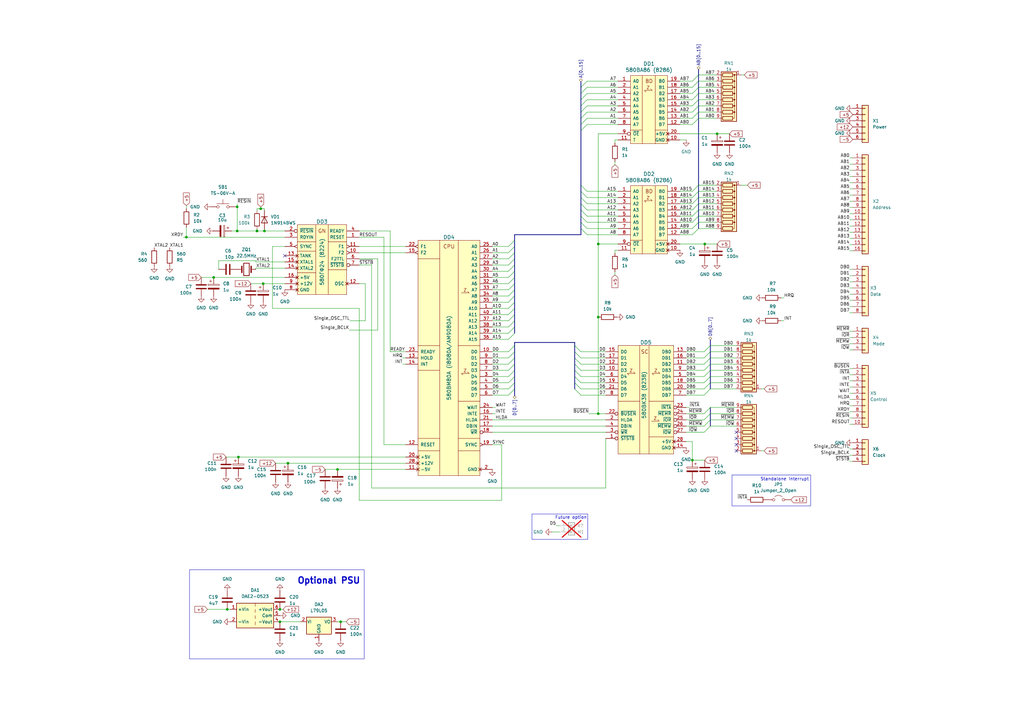
<source format=kicad_sch>
(kicad_sch (version 20231120) (generator "eeschema") (generator_version "8.0")
  (paper "A3")
  (title_block (title "Модуль процессорный 580ВМ80") (date "2025-10-10") (company "R2AKT") (comment 1 "R2AKT.467442.001") (comment 2 "R2AKT"))
  (lib_symbols
    (symbol "Connector_Generic:Conn_01x02" (pin_names (offset 1.016) hide)
      (property "Reference" "J" (at 0 2.54 0))
      (property "Value" "Conn_01x02" (at 0 -5.08 0))
      (symbol "Conn_01x02_1_1"
        (pin passive line (at -5.08 0 0) (length 3.81) (name "Pin_1") (number "1"))
        (pin passive line (at -5.08 -2.54 0) (length 3.81) (name "Pin_2") (number "2"))
      )
    )
    (symbol "Connector_Generic:Conn_01x04" (pin_names (offset 1.016) hide)
      (property "Reference" "J" (at 0 5.08 0))
      (property "Value" "Conn_01x04" (at 0 -7.62 0))
      (symbol "Conn_01x04_1_1"
        (pin passive line (at -5.08 2.54 0) (length 3.81) (name "Pin_1") (number "1"))
        (pin passive line (at -5.08 0 0) (length 3.81) (name "Pin_2") (number "2"))
        (pin passive line (at -5.08 -2.54 0) (length 3.81) (name "Pin_3") (number "3"))
        (pin passive line (at -5.08 -5.08 0) (length 3.81) (name "Pin_4") (number "4"))
      )
    )
    (symbol "Connector_Generic:Conn_01x06" (pin_names (offset 1.016) hide)
      (property "Reference" "J" (at 0 7.62 0))
      (property "Value" "Conn_01x06" (at 0 -10.16 0))
      (symbol "Conn_01x06_1_1"
        (pin passive line (at -5.08 5.08 0) (length 3.81) (name "Pin_1") (number "1"))
        (pin passive line (at -5.08 2.54 0) (length 3.81) (name "Pin_2") (number "2"))
        (pin passive line (at -5.08 0 0) (length 3.81) (name "Pin_3") (number "3"))
        (pin passive line (at -5.08 -2.54 0) (length 3.81) (name "Pin_4") (number "4"))
        (pin passive line (at -5.08 -5.08 0) (length 3.81) (name "Pin_5") (number "5"))
        (pin passive line (at -5.08 -7.62 0) (length 3.81) (name "Pin_6") (number "6"))
      )
    )
    (symbol "Connector_Generic:Conn_01x08" (pin_names (offset 1.016) hide)
      (property "Reference" "J" (at 0 10.16 0))
      (property "Value" "Conn_01x08" (at 0 -12.7 0))
      (symbol "Conn_01x08_1_1"
        (pin passive line (at -5.08 7.62 0) (length 3.81) (name "Pin_1") (number "1"))
        (pin passive line (at -5.08 5.08 0) (length 3.81) (name "Pin_2") (number "2"))
        (pin passive line (at -5.08 2.54 0) (length 3.81) (name "Pin_3") (number "3"))
        (pin passive line (at -5.08 0 0) (length 3.81) (name "Pin_4") (number "4"))
        (pin passive line (at -5.08 -2.54 0) (length 3.81) (name "Pin_5") (number "5"))
        (pin passive line (at -5.08 -5.08 0) (length 3.81) (name "Pin_6") (number "6"))
        (pin passive line (at -5.08 -7.62 0) (length 3.81) (name "Pin_7") (number "7"))
        (pin passive line (at -5.08 -10.16 0) (length 3.81) (name "Pin_8") (number "8"))
      )
    )
    (symbol "Connector_Generic:Conn_01x10" (pin_names (offset 1.016) hide)
      (property "Reference" "J" (at 0 12.7 0))
      (property "Value" "Conn_01x10" (at 0 -15.24 0))
      (symbol "Conn_01x10_1_1"
        (pin passive line (at -5.08 10.16 0) (length 3.81) (name "Pin_1") (number "1"))
        (pin passive line (at -5.08 -12.7 0) (length 3.81) (name "Pin_10") (number "10"))
        (pin passive line (at -5.08 7.62 0) (length 3.81) (name "Pin_2") (number "2"))
        (pin passive line (at -5.08 5.08 0) (length 3.81) (name "Pin_3") (number "3"))
        (pin passive line (at -5.08 2.54 0) (length 3.81) (name "Pin_4") (number "4"))
        (pin passive line (at -5.08 0 0) (length 3.81) (name "Pin_5") (number "5"))
        (pin passive line (at -5.08 -2.54 0) (length 3.81) (name "Pin_6") (number "6"))
        (pin passive line (at -5.08 -5.08 0) (length 3.81) (name "Pin_7") (number "7"))
        (pin passive line (at -5.08 -7.62 0) (length 3.81) (name "Pin_8") (number "8"))
        (pin passive line (at -5.08 -10.16 0) (length 3.81) (name "Pin_9") (number "9"))
      )
    )
    (symbol "Connector_Generic:Conn_01x16" (pin_names (offset 1.016) hide)
      (property "Reference" "J" (at 0 20.32 0))
      (property "Value" "Conn_01x16" (at 0 -22.86 0))
      (symbol "Conn_01x16_1_1"
        (pin passive line (at -5.08 17.78 0) (length 3.81) (name "Pin_1") (number "1"))
        (pin passive line (at -5.08 -5.08 0) (length 3.81) (name "Pin_10") (number "10"))
        (pin passive line (at -5.08 -7.62 0) (length 3.81) (name "Pin_11") (number "11"))
        (pin passive line (at -5.08 -10.16 0) (length 3.81) (name "Pin_12") (number "12"))
        (pin passive line (at -5.08 -12.7 0) (length 3.81) (name "Pin_13") (number "13"))
        (pin passive line (at -5.08 -15.24 0) (length 3.81) (name "Pin_14") (number "14"))
        (pin passive line (at -5.08 -17.78 0) (length 3.81) (name "Pin_15") (number "15"))
        (pin passive line (at -5.08 -20.32 0) (length 3.81) (name "Pin_16") (number "16"))
        (pin passive line (at -5.08 15.24 0) (length 3.81) (name "Pin_2") (number "2"))
        (pin passive line (at -5.08 12.7 0) (length 3.81) (name "Pin_3") (number "3"))
        (pin passive line (at -5.08 10.16 0) (length 3.81) (name "Pin_4") (number "4"))
        (pin passive line (at -5.08 7.62 0) (length 3.81) (name "Pin_5") (number "5"))
        (pin passive line (at -5.08 5.08 0) (length 3.81) (name "Pin_6") (number "6"))
        (pin passive line (at -5.08 2.54 0) (length 3.81) (name "Pin_7") (number "7"))
        (pin passive line (at -5.08 0 0) (length 3.81) (name "Pin_8") (number "8"))
        (pin passive line (at -5.08 -2.54 0) (length 3.81) (name "Pin_9") (number "9"))
      )
    )
    (symbol "Converter_DCDC:TBA1-0522E"
      (property "Reference" "U" (at -6.35 6.35 0))
      (property "Value" "TBA1-0522E" (at 2.54 6.35 0))
      (symbol "TBA1-0522E_1_1"
        (pin power_in line (at -10.16 2.54 0) (length 2.54) (name "+Vin") (number "1"))
        (pin power_in line (at -10.16 -2.54 0) (length 2.54) (name "-Vin") (number "2"))
        (pin power_out line (at 10.16 -2.54 180) (length 2.54) (name "-Vout") (number "4"))
        (pin power_out line (at 10.16 0 180) (length 2.54) (name "Com") (number "5"))
        (pin power_out line (at 10.16 2.54 180) (length 2.54) (name "+Vout") (number "6"))
      )
    )
    (symbol "Device:C" (pin_numbers hide) (pin_names (offset 0.254))
      (property "Reference" "C" (at 0.635 2.54 0))
      (property "Value" "C" (at 0.635 -2.54 0))
      (symbol "C_1_1"
        (pin passive line (at 0 3.81 270) (length 2.794) (name "~") (number "1"))
        (pin passive line (at 0 -3.81 90) (length 2.794) (name "~") (number "2"))
      )
    )
    (symbol "Device:C_Polarized" (pin_numbers hide) (pin_names (offset 0.254))
      (property "Reference" "C" (at 0.635 2.54 0))
      (property "Value" "C_Polarized" (at 0.635 -2.54 0))
      (symbol "C_Polarized_1_1"
        (pin passive line (at 0 3.81 270) (length 2.794) (name "~") (number "1"))
        (pin passive line (at 0 -3.81 90) (length 2.794) (name "~") (number "2"))
      )
    )
    (symbol "Device:Crystal" (pin_numbers hide) (pin_names (offset 1.016) hide)
      (property "Reference" "Y" (at 0 3.81 0))
      (property "Value" "Crystal" (at 0 -3.81 0))
      (symbol "Crystal_1_1"
        (pin passive line (at -3.81 0 0) (length 1.27) (name "1") (number "1"))
        (pin passive line (at 3.81 0 180) (length 1.27) (name "2") (number "2"))
      )
    )
    (symbol "Device:R" (pin_numbers hide) (pin_names (offset 0))
      (property "Reference" "R" (at 2.032 0 90))
      (property "Value" "R" (at 0 0 90))
      (symbol "R_1_1"
        (pin passive line (at 0 3.81 270) (length 1.27) (name "~") (number "1"))
        (pin passive line (at 0 -3.81 90) (length 1.27) (name "~") (number "2"))
      )
    )
    (symbol "Device:R_Network08" (pin_names (offset 0) hide)
      (property "Reference" "RN" (at -12.7 0 90))
      (property "Value" "R_Network08" (at 10.16 0 90))
      (symbol "R_Network08_1_1"
        (pin passive line (at -10.16 5.08 270) (length 2.54) (name "common") (number "1"))
        (pin passive line (at -10.16 -5.08 90) (length 1.27) (name "R1") (number "2"))
        (pin passive line (at -7.62 -5.08 90) (length 1.27) (name "R2") (number "3"))
        (pin passive line (at -5.08 -5.08 90) (length 1.27) (name "R3") (number "4"))
        (pin passive line (at -2.54 -5.08 90) (length 1.27) (name "R4") (number "5"))
        (pin passive line (at 0 -5.08 90) (length 1.27) (name "R5") (number "6"))
        (pin passive line (at 2.54 -5.08 90) (length 1.27) (name "R6") (number "7"))
        (pin passive line (at 5.08 -5.08 90) (length 1.27) (name "R7") (number "8"))
        (pin passive line (at 7.62 -5.08 90) (length 1.27) (name "R8") (number "9"))
      )
    )
    (symbol "Diode:1N914WT" (pin_numbers hide) (pin_names hide)
      (property "Reference" "D" (at 0 2.54 0))
      (property "Value" "1N914WT" (at 0 -2.54 0))
      (symbol "1N914WT_1_1"
        (pin passive line (at -3.81 0 0) (length 2.54) (name "K") (number "1"))
        (pin passive line (at 3.81 0 180) (length 2.54) (name "A") (number "2"))
      )
    )
    (symbol "Jumper:Jumper_2_Open" (pin_numbers hide) (pin_names (offset 0) hide) (exclude_from_sim yes)
      (property "Reference" "JP" (at 0 2.794 0))
      (property "Value" "Jumper_2_Open" (at 0 -2.286 0))
      (symbol "Jumper_2_Open_1_1"
        (pin passive line (at -5.08 0 0) (length 2.54) (name "A") (number "1"))
        (pin passive line (at 5.08 0 180) (length 2.54) (name "B") (number "2"))
      )
    )
    (symbol "Regulator_Linear:L79L05_SOT89" (pin_names (offset 0.254))
      (property "Reference" "U" (at -3.81 -3.175 0))
      (property "Value" "L79L05_SOT89" (at 0 -3.175 0))
      (symbol "L79L05_SOT89_1_1"
        (pin power_in line (at 0 7.62 270) (length 2.54) (name "GND") (number "1"))
        (pin power_in line (at -7.62 0 0) (length 2.54) (name "VI") (number "2"))
        (pin power_out line (at 7.62 0 180) (length 2.54) (name "VO") (number "3"))
      )
    )
    (symbol "Switch:SW_Push" (pin_numbers hide) (pin_names (offset 1.016) hide)
      (property "Reference" "SW" (at 1.27 2.54 0))
      (property "Value" "SW_Push" (at 0 -1.524 0))
      (symbol "SW_Push_0_1"
        (pin passive line (at -5.08 0 0) (length 2.54) (name "1") (number "1"))
        (pin passive line (at 5.08 0 180) (length 2.54) (name "2") (number "2"))
      )
    )
    (symbol "power:GND" (power) (pin_numbers hide) (pin_names (offset 0) hide)
      (property "Value" "GND" (at 0 -3.81 0))
      (symbol "GND_1_1"
        (pin power_in line (at 0 0 270) (length 0) (name "~") (number "1"))
      )
    )
    (symbol "К580-К1810-К1821:580ВА86" (pin_names (offset 1.016))
      (property "Reference" "DD" (at -0.508 15.494 0))
      (property "Value" "580ВА86 (8286)" (at -0.254 -2.794 90))
      (symbol "580ВА86_0_0"
        (text "BD" (at 0 11.43 0) (effects (font (size 1.524 1.524))))
      )
      (symbol "580ВА86_0_1"
        (pin input line (at -12.7 -12.7 0) (length 5.08) (name "T") (number "11"))
        (pin input inverted (at -12.7 -10.16 0) (length 5.08) (name "~{OE}") (number "9"))
      )
      (symbol "580ВА86_1_0"
        (text "Z" (at -0.381 8.763 0) (effects (font (size 1.27 1.27))))
      )
      (symbol "580ВА86_1_1"
        (pin tri_state line (at -12.7 11.43 0) (length 5.08) (name "A0") (number "1"))
        (pin power_in non_logic (at 12.7 -12.7 180) (length 5.08) (name "GND") (number "10"))
        (pin tri_state line (at 12.7 -6.35 180) (length 5.08) (name "B7") (number "12"))
        (pin tri_state line (at 12.7 -3.81 180) (length 5.08) (name "B6") (number "13"))
        (pin tri_state line (at 12.7 -1.27 180) (length 5.08) (name "B5") (number "14"))
        (pin tri_state line (at 12.7 1.27 180) (length 5.08) (name "B4") (number "15"))
        (pin tri_state line (at 12.7 3.81 180) (length 5.08) (name "B3") (number "16"))
        (pin tri_state line (at 12.7 6.35 180) (length 5.08) (name "B2") (number "17"))
        (pin tri_state line (at 12.7 8.89 180) (length 5.08) (name "B1") (number "18"))
        (pin tri_state line (at 12.7 11.43 180) (length 5.08) (name "B0") (number "19"))
        (pin tri_state line (at -12.7 8.89 0) (length 5.08) (name "A1") (number "2"))
        (pin power_in non_logic (at 12.7 -10.16 180) (length 5.08) (name "+5V") (number "20"))
        (pin tri_state line (at -12.7 6.35 0) (length 5.08) (name "A2") (number "3"))
        (pin tri_state line (at -12.7 3.81 0) (length 5.08) (name "A3") (number "4"))
        (pin tri_state line (at -12.7 1.27 0) (length 5.08) (name "A4") (number "5"))
        (pin tri_state line (at -12.7 -1.27 0) (length 5.08) (name "A5") (number "6"))
        (pin tri_state line (at -12.7 -3.81 0) (length 5.08) (name "A6") (number "7"))
        (pin tri_state line (at -12.7 -6.35 0) (length 5.08) (name "A7") (number "8"))
      )
    )
    (symbol "К580-К1810-К1821:580ВК38" (pin_names (offset 1.016))
      (property "Reference" "DD" (at -1.27 24.13 0))
      (property "Value" "580ВК38 (8238)" (at -0.508 0 90))
      (symbol "580ВК38_0_0"
        (text "SC" (at -0.508 19.05 0) (effects (font (size 1.524 1.524))))
      )
      (symbol "580ВК38_0_1"
        (pin bidirectional line (at -16.51 11.43 0) (length 5.08) (name "D3") (number "10"))
        (pin bidirectional line (at -16.51 13.97 0) (length 5.08) (name "D2") (number "12"))
        (pin bidirectional line (at -16.51 19.05 0) (length 5.08) (name "D0") (number "15"))
        (pin bidirectional line (at -16.51 16.51 0) (length 5.08) (name "D1") (number "17"))
        (pin bidirectional line (at -16.51 6.35 0) (length 5.08) (name "D5") (number "19"))
        (pin input line (at -16.51 -8.89 0) (length 5.08) (name "HLDA") (number "2"))
        (pin bidirectional line (at -16.51 3.81 0) (length 5.08) (name "D6") (number "21"))
        (pin input inverted (at -16.51 -6.35 0) (length 5.08) (name "~{BUSEN}") (number "22"))
        (pin output inverted (at 16.51 -3.81 180) (length 5.08) (name "~{INTA}") (number "23"))
        (pin bidirectional line (at -16.51 8.89 0) (length 5.08) (name "D4") (number "6"))
        (pin bidirectional line (at -16.51 1.27 0) (length 5.08) (name "D7") (number "8"))
      )
      (symbol "580ВК38_1_0"
        (text "Z" (at -6.096 11.303 0) (effects (font (size 1.27 1.27))))
        (text "Z" (at 3.81 -8.255 0) (effects (font (size 1.27 1.27))))
        (text "Z" (at 4.064 11.303 0) (effects (font (size 1.27 1.27))))
      )
      (symbol "580ВК38_1_1"
        (pin input inverted (at -16.51 -16.51 0) (length 5.08) (name "~{STSTB}") (number "1"))
        (pin tri_state line (at 16.51 13.97 180) (length 5.08) (name "DB2") (number "11"))
        (pin tri_state line (at 16.51 19.05 180) (length 5.08) (name "DB0") (number "13"))
        (pin power_in non_logic (at 16.51 -20.32 180) (length 5.08) (name "GND") (number "14"))
        (pin tri_state line (at 16.51 16.51 180) (length 5.08) (name "DB1") (number "16"))
        (pin tri_state line (at 16.51 6.35 180) (length 5.08) (name "DB5") (number "18"))
        (pin tri_state line (at 16.51 3.81 180) (length 5.08) (name "DB6") (number "20"))
        (pin output inverted (at 16.51 -6.35 180) (length 5.08) (name "~{MEMR}") (number "24"))
        (pin output inverted (at 16.51 -8.89 180) (length 5.08) (name "~{IOR}") (number "25"))
        (pin output inverted (at 16.51 -11.43 180) (length 5.08) (name "~{MEMW}") (number "26"))
        (pin output inverted (at 16.51 -13.97 180) (length 5.08) (name "~{IOW}") (number "27"))
        (pin power_in non_logic (at 16.51 -17.78 180) (length 5.08) (name "+5V") (number "28"))
        (pin input inverted (at -16.51 -13.97 0) (length 5.08) (name "~{WR}") (number "3"))
        (pin input line (at -16.51 -11.43 0) (length 5.08) (name "DBIN") (number "4"))
        (pin tri_state line (at 16.51 8.89 180) (length 5.08) (name "DB4") (number "5"))
        (pin tri_state line (at 16.51 1.27 180) (length 5.08) (name "DB7") (number "7"))
        (pin tri_state line (at 16.51 11.43 180) (length 5.08) (name "DB3") (number "9"))
      )
    )
    (symbol "К580-К1810-К1821:580ВМ80А" (pin_names (offset 1.016))
      (property "Reference" "DD" (at 0 50.8 0))
      (property "Value" "580ВМ80A (i8080A/AM9080A)" (at 0.254 -0.254 90))
      (symbol "580ВМ80А_0_0"
        (text "CPU" (at 0 45.72 0) (effects (font (size 1.524 1.524))))
      )
      (symbol "580ВМ80А_0_1"
        (pin output line (at 17.78 20.32 180) (length 5.08) (name "A10") (number "1"))
        (pin bidirectional line (at 17.78 2.54 180) (length 5.08) (name "D0") (number "10"))
        (pin input line (at -17.78 -35.56 0) (length 5.08) (name "RESET") (number "12"))
        (pin input line (at -17.78 0 0) (length 5.08) (name "HOLD") (number "13"))
        (pin input line (at -17.78 -2.54 0) (length 5.08) (name "INT") (number "14"))
        (pin output line (at 17.78 -22.86 180) (length 5.08) (name "INTE") (number "16"))
        (pin output line (at 17.78 -27.94 180) (length 5.08) (name "DBIN") (number "17"))
        (pin output inverted (at 17.78 -30.48 180) (length 5.08) (name "~{WR}") (number "18"))
        (pin output line (at 17.78 -25.4 180) (length 5.08) (name "HLDA") (number "21"))
        (pin input line (at -17.78 2.54 0) (length 5.08) (name "READY") (number "23"))
        (pin output line (at 17.78 -20.32 180) (length 5.08) (name "WAIT") (number "24"))
        (pin output line (at 17.78 45.72 180) (length 5.08) (name "A0") (number "25"))
        (pin output line (at 17.78 43.18 180) (length 5.08) (name "A1") (number "26"))
        (pin output line (at 17.78 40.64 180) (length 5.08) (name "A2") (number "27"))
        (pin output line (at 17.78 38.1 180) (length 5.08) (name "A3") (number "29"))
        (pin bidirectional line (at 17.78 -7.62 180) (length 5.08) (name "D4") (number "3"))
        (pin output line (at 17.78 35.56 180) (length 5.08) (name "A4") (number "30"))
        (pin output line (at 17.78 33.02 180) (length 5.08) (name "A5") (number "31"))
        (pin output line (at 17.78 30.48 180) (length 5.08) (name "A6") (number "32"))
        (pin output line (at 17.78 27.94 180) (length 5.08) (name "A7") (number "33"))
        (pin output line (at 17.78 25.4 180) (length 5.08) (name "A8") (number "34"))
        (pin output line (at 17.78 22.86 180) (length 5.08) (name "A9") (number "35"))
        (pin output line (at 17.78 7.62 180) (length 5.08) (name "A15") (number "36"))
        (pin output line (at 17.78 15.24 180) (length 5.08) (name "A12") (number "37"))
        (pin output line (at 17.78 12.7 180) (length 5.08) (name "A13") (number "38"))
        (pin output line (at 17.78 10.16 180) (length 5.08) (name "A14") (number "39"))
        (pin bidirectional line (at 17.78 -10.16 180) (length 5.08) (name "D5") (number "4"))
        (pin output line (at 17.78 17.78 180) (length 5.08) (name "A11") (number "40"))
        (pin bidirectional line (at 17.78 -12.7 180) (length 5.08) (name "D6") (number "5"))
        (pin bidirectional line (at 17.78 -15.24 180) (length 5.08) (name "D7") (number "6"))
        (pin bidirectional line (at 17.78 -5.08 180) (length 5.08) (name "D3") (number "7"))
        (pin bidirectional line (at 17.78 -2.54 180) (length 5.08) (name "D2") (number "8"))
        (pin bidirectional line (at 17.78 0 180) (length 5.08) (name "D1") (number "9"))
      )
      (symbol "580ВМ80А_1_0"
        (text "Z" (at 6.604 -5.207 0) (effects (font (size 1.27 1.27))))
        (text "Z" (at 6.604 27.813 0) (effects (font (size 1.27 1.27))))
      )
      (symbol "580ВМ80А_1_1"
        (pin power_in non_logic (at -17.78 -45.72 0) (length 5.08) (name "-5V") (number "11"))
        (pin input edge_clock_high (at -17.78 43.18 0) (length 5.08) (name "F2") (number "15"))
        (pin output edge_clock_high (at 17.78 -35.56 180) (length 5.08) (name "SYNC") (number "19"))
        (pin power_in non_logic (at 17.78 -45.72 180) (length 5.08) (name "GND") (number "2"))
        (pin power_in non_logic (at -17.78 -40.64 0) (length 5.08) (name "+5V") (number "20"))
        (pin input edge_clock_high (at -17.78 45.72 0) (length 5.08) (name "F1") (number "22"))
        (pin power_in non_logic (at -17.78 -43.18 0) (length 5.08) (name "+12V") (number "28"))
      )
    )
    (symbol "К580-К1810-К1821:580ГФ24" (pin_names (offset 1.016))
      (property "Reference" "DD" (at 0 16.51 0))
      (property "Value" "580ГФ24 (D8284)" (at 0 -2.286 90))
      (symbol "580ГФ24_0_0"
        (text "GN" (at 0 11.43 0) (effects (font (size 1.524 1.524))))
      )
      (symbol "580ГФ24_1_1"
        (pin output line (at 15.24 8.89 180) (length 5.08) (name "RESET") (number "1"))
        (pin output edge_clock_high (at 15.24 2.54 180) (length 5.08) (name "F2") (number "10"))
        (pin output edge_clock_high (at 15.24 5.08 180) (length 5.08) (name "F1") (number "11"))
        (pin output non_logic (at 15.24 -10.16 180) (length 5.08) (name "OSC") (number "12"))
        (pin input non_logic (at -15.24 1.27 0) (length 5.08) (name "TANK") (number "13"))
        (pin input non_logic (at -15.24 -3.81 0) (length 5.08) (name "XTAL2") (number "14"))
        (pin input non_logic (at -15.24 -1.27 0) (length 5.08) (name "XTAL1") (number "15"))
        (pin power_in non_logic (at -15.24 -7.62 0) (length 5.08) (name "+5V") (number "16"))
        (pin input inverted (at -15.24 11.43 0) (length 5.08) (name "~{RESIN}") (number "2"))
        (pin input line (at -15.24 8.89 0) (length 5.08) (name "RDYIN") (number "3"))
        (pin output line (at 15.24 11.43 180) (length 5.08) (name "READY") (number "4"))
        (pin input edge_clock_high (at -15.24 5.08 0) (length 5.08) (name "SYNC") (number "5"))
        (pin output line (at 15.24 0 180) (length 5.08) (name "F2TTL") (number "6"))
        (pin output inverted (at 15.24 -2.54 180) (length 5.08) (name "~{STSTB}") (number "7"))
        (pin power_in non_logic (at -15.24 -12.7 0) (length 5.08) (name "GND") (number "8"))
        (pin power_in non_logic (at -15.24 -10.16 0) (length 5.08) (name "+12V") (number "9"))
      )
    )
  )
  (junction (at 114.808 255.016))
  (junction (at 289.052 100.076))
  (junction (at 97.79 187.452))
  (junction (at 138.43 192.532))
  (junction (at 283.972 188.722))
  (junction (at 108.458 94.742))
  (junction (at 114.808 249.936))
  (junction (at 87.63 113.792))
  (junction (at 139.7 255.016))
  (junction (at 76.454 97.282))
  (junction (at 105.41 94.742))
  (junction (at 294.132 54.864))
  (junction (at 245.364 169.672))
  (junction (at 245.364 100.076))
  (junction (at 107.95 116.332))
  (junction (at 245.364 130.048))
  (junction (at 93.218 249.936))
  (junction (at 97.282 84.836))
  (junction (at 106.934 85.598))
  (junction (at 97.282 94.742))
  (junction (at 118.11 189.992))
  (no_connect (at 302.006 177.292))
  (no_connect (at 302.006 182.372))
  (no_connect (at 116.84 104.902))
  (no_connect (at 302.006 184.912))
  (no_connect (at 302.006 179.832))
  (bus_entry (at 238.252 154.432) (size -2.54 -2.54))
  (bus_entry (at 238.252 51.054) (size 2.54 -2.54))
  (bus_entry (at 238.252 88.646) (size 2.54 2.54))
  (bus_entry (at 291.338 159.512) (size -2.54 2.54))
  (bus_entry (at 238.252 78.486) (size 2.54 2.54))
  (bus_entry (at 208.534 123.952) (size 2.54 -2.54))
  (bus_entry (at 208.534 118.872) (size 2.54 -2.54))
  (bus_entry (at 238.252 45.974) (size 2.54 -2.54))
  (bus_entry (at 208.534 113.792) (size 2.54 -2.54))
  (bus_entry (at 238.252 40.894) (size 2.54 -2.54))
  (bus_entry (at 238.252 35.814) (size 2.54 -2.54))
  (bus_entry (at 286.512 88.646) (size -2.54 2.54))
  (bus_entry (at 208.534 103.632) (size 2.54 -2.54))
  (bus_entry (at 238.252 162.052) (size -2.54 -2.54))
  (bus_entry (at 208.534 116.332) (size 2.54 -2.54))
  (bus_entry (at 208.534 151.892) (size 2.54 -2.54))
  (bus_entry (at 238.252 156.972) (size -2.54 -2.54))
  (bus_entry (at 286.512 78.486) (size -2.54 2.54))
  (bus_entry (at 286.512 91.186) (size -2.54 2.54))
  (bus_entry (at 208.534 154.432) (size 2.54 -2.54))
  (bus_entry (at 208.534 108.712) (size 2.54 -2.54))
  (bus_entry (at 291.338 156.972) (size -2.54 2.54))
  (bus_entry (at 208.534 106.172) (size 2.54 -2.54))
  (bus_entry (at 238.252 38.354) (size 2.54 -2.54))
  (bus_entry (at 238.252 151.892) (size -2.54 -2.54))
  (bus_entry (at 208.534 121.412) (size 2.54 -2.54))
  (bus_entry (at 286.512 81.026) (size -2.54 2.54))
  (bus_entry (at 291.338 151.892) (size -2.54 2.54))
  (bus_entry (at 208.534 144.272) (size 2.54 -2.54))
  (bus_entry (at 286.512 75.946) (size -2.54 2.54))
  (bus_entry (at 238.252 53.594) (size 2.54 -2.54))
  (bus_entry (at 208.534 149.352) (size 2.54 -2.54))
  (bus_entry (at 208.534 156.972) (size 2.54 -2.54))
  (bus_entry (at 286.512 38.354) (size -2.54 2.54))
  (bus_entry (at 291.338 154.432) (size -2.54 2.54))
  (bus_entry (at 286.512 48.514) (size -2.54 2.54))
  (bus_entry (at 238.252 146.812) (size -2.54 -2.54))
  (bus_entry (at 238.252 91.186) (size 2.54 2.54))
  (bus_entry (at 286.512 40.894) (size -2.54 2.54))
  (bus_entry (at 286.512 30.734) (size -2.54 2.54))
  (bus_entry (at 291.338 141.732) (size -2.54 2.54))
  (bus_entry (at 238.252 149.352) (size -2.54 -2.54))
  (bus_entry (at 286.512 83.566) (size -2.54 2.54))
  (bus_entry (at 238.252 43.434) (size 2.54 -2.54))
  (bus_entry (at 291.338 144.272) (size -2.54 2.54))
  (bus_entry (at 238.252 159.512) (size -2.54 -2.54))
  (bus_entry (at 208.534 134.112) (size 2.54 -2.54))
  (bus_entry (at 208.534 111.252) (size 2.54 -2.54))
  (bus_entry (at 286.512 45.974) (size -2.54 2.54))
  (bus_entry (at 291.338 146.812) (size -2.54 2.54))
  (bus_entry (at 291.338 149.352) (size -2.54 2.54))
  (bus_entry (at 286.512 86.106) (size -2.54 2.54))
  (bus_entry (at 208.534 126.492) (size 2.54 -2.54))
  (bus_entry (at 208.534 136.652) (size 2.54 -2.54))
  (bus_entry (at 288.798 169.672) (size 2.54 -2.54))
  (bus_entry (at 286.512 93.726) (size -2.54 2.54))
  (bus_entry (at 238.252 81.026) (size 2.54 2.54))
  (bus_entry (at 238.252 75.946) (size 2.54 2.54))
  (bus_entry (at 288.798 172.212) (size 2.54 -2.54))
  (bus_entry (at 288.798 177.292) (size 2.54 -2.54))
  (bus_entry (at 288.798 174.752) (size 2.54 -2.54))
  (bus_entry (at 208.534 162.052) (size 2.54 -2.54))
  (bus_entry (at 238.252 83.566) (size 2.54 2.54))
  (bus_entry (at 238.252 93.726) (size 2.54 2.54))
  (bus_entry (at 208.534 139.192) (size 2.54 -2.54))
  (bus_entry (at 286.512 33.274) (size -2.54 2.54))
  (bus_entry (at 208.534 101.092) (size 2.54 -2.54))
  (bus_entry (at 208.534 159.512) (size 2.54 -2.54))
  (bus_entry (at 238.252 144.272) (size -2.54 -2.54))
  (bus_entry (at 238.252 86.106) (size 2.54 2.54))
  (bus_entry (at 238.252 48.514) (size 2.54 -2.54))
  (bus_entry (at 208.534 146.812) (size 2.54 -2.54))
  (bus_entry (at 208.534 131.572) (size 2.54 -2.54))
  (bus_entry (at 208.534 129.032) (size 2.54 -2.54))
  (bus_entry (at 286.512 43.434) (size -2.54 2.54))
  (bus_entry (at 286.512 35.814) (size -2.54 2.54))
  (wire (pts (xy 348.488 166.37) (xy 349.758 166.37)))
  (wire (pts (xy 97.282 94.742) (xy 94.996 94.742)))
  (bus (pts (xy 211.074 134.112) (xy 211.074 131.572)))
  (bus (pts (xy 211.074 118.872) (xy 211.074 116.332)))
  (wire (pts (xy 349.758 115.57) (xy 348.488 115.57)))
  (wire (pts (xy 349.758 128.27) (xy 348.488 128.27)))
  (wire (pts (xy 240.792 38.354) (xy 253.492 38.354)))
  (wire (pts (xy 116.84 101.092) (xy 111.76 101.092)))
  (wire (pts (xy 201.93 154.432) (xy 208.534 154.432)))
  (bus (pts (xy 286.512 91.186) (xy 286.512 93.726)))
  (wire (pts (xy 283.972 35.814) (xy 278.892 35.814)))
  (wire (pts (xy 245.364 100.076) (xy 245.364 130.048)))
  (bus (pts (xy 235.712 140.462) (xy 235.712 141.732)))
  (wire (pts (xy 201.93 101.092) (xy 208.534 101.092)))
  (wire (pts (xy 278.892 96.266) (xy 283.972 96.266)))
  (wire (pts (xy 245.364 169.672) (xy 248.412 169.672)))
  (wire (pts (xy 201.93 106.172) (xy 208.534 106.172)))
  (bus (pts (xy 291.338 167.132) (xy 291.338 169.672)))
  (bus (pts (xy 286.512 43.434) (xy 286.512 45.974)))
  (wire (pts (xy 291.338 141.732) (xy 302.006 141.732)))
  (bus (pts (xy 235.712 146.812) (xy 235.712 144.272)))
  (wire (pts (xy 349.758 85.09) (xy 348.488 85.09)))
  (wire (pts (xy 349.758 125.73) (xy 348.488 125.73)))
  (bus (pts (xy 286.512 83.566) (xy 286.512 86.106)))
  (wire (pts (xy 252.222 102.616) (xy 252.222 103.886)))
  (wire (pts (xy 75.184 97.282) (xy 76.454 97.282)))
  (bus (pts (xy 286.512 81.026) (xy 286.512 83.566)))
  (wire (pts (xy 108.458 85.598) (xy 108.458 86.36)))
  (wire (pts (xy 201.93 121.412) (xy 208.534 121.412)))
  (wire (pts (xy 97.282 83.566) (xy 97.282 84.836)))
  (wire (pts (xy 133.35 192.532) (xy 138.43 192.532)))
  (wire (pts (xy 93.218 249.936) (xy 94.488 249.936)))
  (wire (pts (xy 147.32 205.232) (xy 205.74 205.232)))
  (bus (pts (xy 238.252 78.486) (xy 238.252 81.026)))
  (wire (pts (xy 281.432 159.512) (xy 288.798 159.512)))
  (wire (pts (xy 104.902 106.934) (xy 89.662 106.934)))
  (bus (pts (xy 291.338 141.732) (xy 291.338 144.272)))
  (wire (pts (xy 283.972 51.054) (xy 278.892 51.054)))
  (wire (pts (xy 154.94 106.172) (xy 154.94 135.382)))
  (wire (pts (xy 118.11 189.992) (xy 166.37 189.992)))
  (bus (pts (xy 211.074 116.332) (xy 211.074 113.792)))
  (bus (pts (xy 238.252 33.528) (xy 238.252 35.814)))
  (bus (pts (xy 235.712 156.972) (xy 235.712 154.432)))
  (bus (pts (xy 211.074 108.712) (xy 211.074 111.252)))
  (wire (pts (xy 201.93 123.952) (xy 208.534 123.952)))
  (bus (pts (xy 211.074 156.972) (xy 211.074 154.432)))
  (bus (pts (xy 235.712 144.272) (xy 235.712 141.732)))
  (bus (pts (xy 211.074 126.492) (xy 211.074 123.952)))
  (wire (pts (xy 108.458 93.98) (xy 108.458 94.742)))
  (wire (pts (xy 138.43 255.016) (xy 139.7 255.016)))
  (wire (pts (xy 248.412 146.812) (xy 238.252 146.812)))
  (bus (pts (xy 286.512 40.894) (xy 286.512 43.434)))
  (bus (pts (xy 238.252 51.054) (xy 238.252 53.594)))
  (wire (pts (xy 201.93 177.292) (xy 248.412 177.292)))
  (wire (pts (xy 349.758 82.55) (xy 348.488 82.55)))
  (wire (pts (xy 205.74 182.372) (xy 201.93 182.372)))
  (wire (pts (xy 152.4 108.712) (xy 147.32 108.712)))
  (wire (pts (xy 102.87 116.332) (xy 107.95 116.332)))
  (wire (pts (xy 278.892 86.106) (xy 283.972 86.106)))
  (wire (pts (xy 228.092 215.646) (xy 229.362 215.646)))
  (wire (pts (xy 208.534 136.652) (xy 201.93 136.652)))
  (bus (pts (xy 286.512 33.274) (xy 286.512 35.814)))
  (bus (pts (xy 286.512 78.486) (xy 286.512 81.026)))
  (wire (pts (xy 76.454 97.282) (xy 116.84 97.282)))
  (wire (pts (xy 252.222 57.404) (xy 252.222 58.674)))
  (wire (pts (xy 281.432 146.812) (xy 288.798 146.812)))
  (wire (pts (xy 349.758 123.19) (xy 348.488 123.19)))
  (wire (pts (xy 87.63 113.792) (xy 116.84 113.792)))
  (wire (pts (xy 286.512 48.514) (xy 293.878 48.514)))
  (wire (pts (xy 111.76 101.092) (xy 111.76 126.492)))
  (wire (pts (xy 201.93 151.892) (xy 208.534 151.892)))
  (wire (pts (xy 253.492 54.864) (xy 245.364 54.864)))
  (wire (pts (xy 286.512 43.434) (xy 293.878 43.434)))
  (wire (pts (xy 92.71 187.452) (xy 97.79 187.452)))
  (wire (pts (xy 248.412 162.052) (xy 238.252 162.052)))
  (bus (pts (xy 211.074 101.092) (xy 211.074 103.632)))
  (bus (pts (xy 211.074 123.952) (xy 211.074 121.412)))
  (wire (pts (xy 283.972 45.974) (xy 278.892 45.974)))
  (wire (pts (xy 286.512 40.894) (xy 293.878 40.894)))
  (wire (pts (xy 321.564 131.572) (xy 320.294 131.572)))
  (wire (pts (xy 349.758 186.69) (xy 348.488 186.69)))
  (wire (pts (xy 349.758 80.01) (xy 348.488 80.01)))
  (bus (pts (xy 286.512 48.514) (xy 286.512 75.946)))
  (wire (pts (xy 349.758 138.43) (xy 348.488 138.43)))
  (wire (pts (xy 105.41 94.742) (xy 108.458 94.742)))
  (wire (pts (xy 105.41 93.98) (xy 105.41 94.742)))
  (wire (pts (xy 291.338 144.272) (xy 302.006 144.272)))
  (bus (pts (xy 211.074 140.462) (xy 235.712 140.462)))
  (bus (pts (xy 238.252 75.946) (xy 238.252 78.486)))
  (wire (pts (xy 253.492 88.646) (xy 240.792 88.646)))
  (wire (pts (xy 349.758 102.87) (xy 348.488 102.87)))
  (wire (pts (xy 97.79 187.452) (xy 166.37 187.452)))
  (bus (pts (xy 235.712 154.432) (xy 235.712 151.892)))
  (wire (pts (xy 349.758 74.93) (xy 348.488 74.93)))
  (wire (pts (xy 241.554 169.672) (xy 245.364 169.672)))
  (bus (pts (xy 211.074 149.352) (xy 211.074 146.812)))
  (wire (pts (xy 283.972 38.354) (xy 278.892 38.354)))
  (wire (pts (xy 201.93 116.332) (xy 208.534 116.332)))
  (wire (pts (xy 299.212 54.864) (xy 294.132 54.864)))
  (wire (pts (xy 281.432 151.892) (xy 288.798 151.892)))
  (wire (pts (xy 283.972 43.434) (xy 278.892 43.434)))
  (wire (pts (xy 85.09 249.936) (xy 93.218 249.936)))
  (wire (pts (xy 106.934 85.598) (xy 108.458 85.598)))
  (bus (pts (xy 211.074 103.632) (xy 211.074 106.172)))
  (wire (pts (xy 253.492 51.054) (xy 240.792 51.054)))
  (bus (pts (xy 238.252 43.434) (xy 238.252 45.974)))
  (wire (pts (xy 349.758 77.47) (xy 348.488 77.47)))
  (bus (pts (xy 286.512 35.814) (xy 286.512 38.354)))
  (wire (pts (xy 108.458 94.742) (xy 116.84 94.742)))
  (bus (pts (xy 238.252 45.974) (xy 238.252 48.514)))
  (wire (pts (xy 286.512 45.974) (xy 293.878 45.974)))
  (wire (pts (xy 349.758 110.49) (xy 348.488 110.49)))
  (wire (pts (xy 289.052 100.076) (xy 278.892 100.076)))
  (wire (pts (xy 286.512 33.274) (xy 293.878 33.274)))
  (wire (pts (xy 349.758 118.11) (xy 348.488 118.11)))
  (wire (pts (xy 201.93 146.812) (xy 208.534 146.812)))
  (bus (pts (xy 291.338 154.432) (xy 291.338 156.972)))
  (wire (pts (xy 291.338 151.892) (xy 302.006 151.892)))
  (bus (pts (xy 211.074 98.552) (xy 211.074 101.092)))
  (wire (pts (xy 154.94 135.382) (xy 143.256 135.382)))
  (wire (pts (xy 201.93 111.252) (xy 208.534 111.252)))
  (bus (pts (xy 211.074 113.792) (xy 211.074 111.252)))
  (wire (pts (xy 349.758 69.85) (xy 348.488 69.85)))
  (wire (pts (xy 157.48 182.372) (xy 166.37 182.372)))
  (wire (pts (xy 349.758 153.67) (xy 348.488 153.67)))
  (wire (pts (xy 240.792 81.026) (xy 253.492 81.026)))
  (wire (pts (xy 348.488 168.91) (xy 349.758 168.91)))
  (wire (pts (xy 349.758 173.99) (xy 348.488 173.99)))
  (bus (pts (xy 211.074 136.652) (xy 211.074 134.112)))
  (bus (pts (xy 238.252 93.726) (xy 238.252 91.186)))
  (bus (pts (xy 211.074 151.892) (xy 211.074 149.352)))
  (bus (pts (xy 211.074 159.512) (xy 211.074 156.972)))
  (wire (pts (xy 349.758 100.33) (xy 348.488 100.33)))
  (bus (pts (xy 238.252 88.646) (xy 238.252 86.106)))
  (wire (pts (xy 165.1 149.352) (xy 166.37 149.352)))
  (wire (pts (xy 106.934 84.836) (xy 106.934 85.598)))
  (wire (pts (xy 149.86 131.572) (xy 143.51 131.572)))
  (wire (pts (xy 278.892 91.186) (xy 283.972 91.186)))
  (wire (pts (xy 281.432 174.752) (xy 288.798 174.752)))
  (bus (pts (xy 286.512 45.974) (xy 286.512 48.514)))
  (wire (pts (xy 278.892 83.566) (xy 283.972 83.566)))
  (wire (pts (xy 201.93 108.712) (xy 208.534 108.712)))
  (wire (pts (xy 278.892 57.404) (xy 281.432 57.404)))
  (wire (pts (xy 76.454 84.328) (xy 76.454 85.598)))
  (wire (pts (xy 240.792 96.266) (xy 253.492 96.266)))
  (wire (pts (xy 139.7 255.016) (xy 141.986 255.016)))
  (bus (pts (xy 211.074 144.272) (xy 211.074 141.732)))
  (wire (pts (xy 240.792 33.274) (xy 253.492 33.274)))
  (wire (pts (xy 240.792 91.186) (xy 253.492 91.186)))
  (bus (pts (xy 291.338 149.352) (xy 291.338 151.892)))
  (wire (pts (xy 349.758 120.65) (xy 348.488 120.65)))
  (bus (pts (xy 238.252 81.026) (xy 238.252 83.566)))
  (wire (pts (xy 104.902 109.982) (xy 116.84 109.982)))
  (wire (pts (xy 349.758 113.03) (xy 348.488 113.03)))
  (wire (pts (xy 226.314 218.186) (xy 229.362 218.186)))
  (wire (pts (xy 306.578 75.946) (xy 304.038 75.946)))
  (wire (pts (xy 245.364 54.864) (xy 245.364 100.076)))
  (wire (pts (xy 286.512 38.354) (xy 293.878 38.354)))
  (wire (pts (xy 305.308 30.734) (xy 304.038 30.734)))
  (bus (pts (xy 235.712 151.892) (xy 235.712 149.352)))
  (wire (pts (xy 348.488 161.29) (xy 349.758 161.29)))
  (wire (pts (xy 252.222 112.776) (xy 252.222 111.506)))
  (wire (pts (xy 113.03 189.992) (xy 118.11 189.992)))
  (wire (pts (xy 283.972 188.722) (xy 289.052 188.722)))
  (wire (pts (xy 105.41 86.36) (xy 105.41 85.598)))
  (wire (pts (xy 82.55 113.792) (xy 87.63 113.792)))
  (wire (pts (xy 104.902 107.442) (xy 116.84 107.442)))
  (wire (pts (xy 278.892 54.864) (xy 294.132 54.864)))
  (bus (pts (xy 211.074 162.306) (xy 211.074 159.512)))
  (bus (pts (xy 286.512 88.646) (xy 286.512 91.186)))
  (wire (pts (xy 349.758 143.51) (xy 348.488 143.51)))
  (bus (pts (xy 211.074 106.172) (xy 211.074 108.712)))
  (wire (pts (xy 89.662 106.934) (xy 89.662 110.49)))
  (wire (pts (xy 281.432 172.212) (xy 288.798 172.212)))
  (wire (pts (xy 157.48 182.372) (xy 157.48 97.282)))
  (wire (pts (xy 248.412 151.892) (xy 238.252 151.892)))
  (wire (pts (xy 97.282 94.742) (xy 105.41 94.742)))
  (bus (pts (xy 286.512 30.734) (xy 286.512 33.274)))
  (bus (pts (xy 211.074 96.266) (xy 238.252 96.266)))
  (wire (pts (xy 291.338 159.512) (xy 302.006 159.512)))
  (wire (pts (xy 349.758 158.75) (xy 348.488 158.75)))
  (wire (pts (xy 165.1 146.812) (xy 166.37 146.812)))
  (bus (pts (xy 291.338 144.272) (xy 291.338 146.812)))
  (bus (pts (xy 235.712 159.512) (xy 235.712 156.972)))
  (wire (pts (xy 201.93 172.212) (xy 248.412 172.212)))
  (wire (pts (xy 349.758 171.45) (xy 348.488 171.45)))
  (wire (pts (xy 201.93 118.872) (xy 208.534 118.872)))
  (wire (pts (xy 283.972 181.102) (xy 283.972 188.722)))
  (wire (pts (xy 152.4 200.152) (xy 248.412 200.152)))
  (wire (pts (xy 203.2 169.672) (xy 201.93 169.672)))
  (wire (pts (xy 147.32 103.632) (xy 166.37 103.632)))
  (wire (pts (xy 240.792 48.514) (xy 253.492 48.514)))
  (wire (pts (xy 283.972 33.274) (xy 278.892 33.274)))
  (wire (pts (xy 201.93 129.032) (xy 208.534 129.032)))
  (wire (pts (xy 281.432 156.972) (xy 288.798 156.972)))
  (wire (pts (xy 138.43 192.532) (xy 166.37 192.532)))
  (wire (pts (xy 253.492 83.566) (xy 240.792 83.566)))
  (wire (pts (xy 349.758 72.39) (xy 348.488 72.39)))
  (bus (pts (xy 291.338 151.892) (xy 291.338 154.432)))
  (wire (pts (xy 348.488 151.13) (xy 349.758 151.13)))
  (wire (pts (xy 286.512 75.946) (xy 293.878 75.946)))
  (wire (pts (xy 349.758 92.71) (xy 348.488 92.71)))
  (bus (pts (xy 211.074 129.032) (xy 211.074 126.492)))
  (wire (pts (xy 291.338 149.352) (xy 302.006 149.352)))
  (wire (pts (xy 281.432 177.292) (xy 288.798 177.292)))
  (wire (pts (xy 97.282 84.836) (xy 96.52 84.836)))
  (bus (pts (xy 238.252 91.186) (xy 238.252 88.646)))
  (wire (pts (xy 253.492 78.486) (xy 240.792 78.486)))
  (wire (pts (xy 114.808 249.936) (xy 116.078 249.936)))
  (wire (pts (xy 349.758 90.17) (xy 348.488 90.17)))
  (wire (pts (xy 104.902 110.49) (xy 104.902 109.982)))
  (wire (pts (xy 201.93 162.052) (xy 208.534 162.052)))
  (wire (pts (xy 281.432 181.102) (xy 283.972 181.102)))
  (wire (pts (xy 104.902 106.934) (xy 104.902 107.442)))
  (wire (pts (xy 238.252 159.512) (xy 248.412 159.512)))
  (wire (pts (xy 240.792 86.106) (xy 253.492 86.106)))
  (wire (pts (xy 349.758 95.25) (xy 348.488 95.25)))
  (wire (pts (xy 205.74 205.232) (xy 205.74 182.372)))
  (wire (pts (xy 147.32 97.282) (xy 157.48 97.282)))
  (wire (pts (xy 281.432 144.272) (xy 288.798 144.272)))
  (wire (pts (xy 201.93 113.792) (xy 208.534 113.792)))
  (wire (pts (xy 281.432 162.052) (xy 288.798 162.052)))
  (wire (pts (xy 248.412 179.832) (xy 248.412 200.152)))
  (wire (pts (xy 291.338 146.812) (xy 302.006 146.812)))
  (wire (pts (xy 283.972 48.514) (xy 278.892 48.514)))
  (wire (pts (xy 349.758 156.21) (xy 348.488 156.21)))
  (wire (pts (xy 348.488 163.83) (xy 349.758 163.83)))
  (wire (pts (xy 286.512 93.726) (xy 293.878 93.726)))
  (bus (pts (xy 286.512 28.448) (xy 286.512 30.734)))
  (wire (pts (xy 283.972 40.894) (xy 278.892 40.894)))
  (wire (pts (xy 147.32 126.492) (xy 147.32 205.232)))
  (wire (pts (xy 286.512 88.646) (xy 293.878 88.646)))
  (bus (pts (xy 238.252 53.594) (xy 238.252 75.946)))
  (wire (pts (xy 291.338 172.212) (xy 302.006 172.212)))
  (bus (pts (xy 291.338 169.672) (xy 291.338 172.212)))
  (wire (pts (xy 313.436 184.912) (xy 312.166 184.912)))
  (wire (pts (xy 349.758 140.97) (xy 348.488 140.97)))
  (wire (pts (xy 291.338 156.972) (xy 302.006 156.972)))
  (wire (pts (xy 208.534 131.572) (xy 201.93 131.572)))
  (wire (pts (xy 349.758 189.23) (xy 348.488 189.23)))
  (wire (pts (xy 97.282 84.836) (xy 97.282 94.742)))
  (wire (pts (xy 253.492 45.974) (xy 240.792 45.974)))
  (wire (pts (xy 252.222 102.616) (xy 253.492 102.616)))
  (wire (pts (xy 248.412 144.272) (xy 238.252 144.272)))
  (wire (pts (xy 291.338 169.672) (xy 302.006 169.672)))
  (bus (pts (xy 238.252 40.894) (xy 238.252 43.434)))
  (wire (pts (xy 201.93 144.272) (xy 208.534 144.272)))
  (wire (pts (xy 291.338 174.752) (xy 302.006 174.752)))
  (bus (pts (xy 238.252 48.514) (xy 238.252 51.054)))
  (bus (pts (xy 211.074 96.266) (xy 211.074 98.552)))
  (bus (pts (xy 235.712 149.352) (xy 235.712 146.812)))
  (bus (pts (xy 238.252 83.566) (xy 238.252 86.106)))
  (bus (pts (xy 211.074 121.412) (xy 211.074 118.872)))
  (wire (pts (xy 349.758 87.63) (xy 348.488 87.63)))
  (wire (pts (xy 105.41 85.598) (xy 106.934 85.598)))
  (wire (pts (xy 152.4 200.152) (xy 152.4 108.712)))
  (wire (pts (xy 252.222 67.564) (xy 252.222 66.294)))
  (wire (pts (xy 245.364 100.076) (xy 253.492 100.076)))
  (bus (pts (xy 291.338 172.212) (xy 291.338 174.752)))
  (wire (pts (xy 149.86 116.332) (xy 149.86 131.572)))
  (wire (pts (xy 201.93 149.352) (xy 208.534 149.352)))
  (wire (pts (xy 208.534 159.512) (xy 201.93 159.512)))
  (wire (pts (xy 286.512 91.186) (xy 293.878 91.186)))
  (wire (pts (xy 147.32 101.092) (xy 166.37 101.092)))
  (wire (pts (xy 201.93 126.492) (xy 208.534 126.492)))
  (wire (pts (xy 313.436 159.512) (xy 312.166 159.512)))
  (bus (pts (xy 286.512 38.354) (xy 286.512 40.894)))
  (wire (pts (xy 203.2 167.132) (xy 201.93 167.132)))
  (bus (pts (xy 238.252 35.814) (xy 238.252 38.354)))
  (wire (pts (xy 149.86 116.332) (xy 147.32 116.332)))
  (wire (pts (xy 278.892 78.486) (xy 283.972 78.486)))
  (wire (pts (xy 348.488 184.15) (xy 349.758 184.15)))
  (bus (pts (xy 286.512 86.106) (xy 286.512 88.646)))
  (wire (pts (xy 160.02 144.272) (xy 166.37 144.272)))
  (wire (pts (xy 201.93 103.632) (xy 208.534 103.632)))
  (wire (pts (xy 286.512 81.026) (xy 293.878 81.026)))
  (wire (pts (xy 286.512 30.734) (xy 293.878 30.734)))
  (wire (pts (xy 248.412 149.352) (xy 238.252 149.352)))
  (bus (pts (xy 238.252 38.354) (xy 238.252 40.894)))
  (wire (pts (xy 281.432 154.432) (xy 288.798 154.432)))
  (wire (pts (xy 76.454 93.218) (xy 76.454 97.282)))
  (wire (pts (xy 253.492 40.894) (xy 240.792 40.894)))
  (wire (pts (xy 349.758 97.79) (xy 348.488 97.79)))
  (wire (pts (xy 253.492 93.726) (xy 240.792 93.726)))
  (wire (pts (xy 291.338 167.132) (xy 302.006 167.132)))
  (bus (pts (xy 286.512 75.946) (xy 286.512 78.486)))
  (wire (pts (xy 201.93 139.192) (xy 208.534 139.192)))
  (wire (pts (xy 321.564 122.174) (xy 320.294 122.174)))
  (wire (pts (xy 291.338 154.432) (xy 302.006 154.432)))
  (wire (pts (xy 107.95 116.332) (xy 116.84 116.332)))
  (wire (pts (xy 286.512 83.566) (xy 293.878 83.566)))
  (wire (pts (xy 286.512 86.106) (xy 293.878 86.106)))
  (wire (pts (xy 147.32 94.742) (xy 160.02 94.742)))
  (wire (pts (xy 294.132 100.076) (xy 289.052 100.076)))
  (wire (pts (xy 252.222 57.404) (xy 253.492 57.404)))
  (wire (pts (xy 349.758 64.77) (xy 348.488 64.77)))
  (wire (pts (xy 286.512 35.814) (xy 293.878 35.814)))
  (wire (pts (xy 240.792 43.434) (xy 253.492 43.434)))
  (wire (pts (xy 282.702 167.132) (xy 281.432 167.132)))
  (wire (pts (xy 201.93 156.972) (xy 208.534 156.972)))
  (wire (pts (xy 278.892 93.726) (xy 283.972 93.726)))
  (bus (pts (xy 238.252 93.726) (xy 238.252 96.266)))
  (bus (pts (xy 291.338 156.972) (xy 291.338 159.512)))
  (wire (pts (xy 278.892 81.026) (xy 283.972 81.026)))
  (wire (pts (xy 281.432 149.352) (xy 288.798 149.352)))
  (wire (pts (xy 281.432 169.672) (xy 288.798 169.672)))
  (wire (pts (xy 114.808 255.016) (xy 123.19 255.016)))
  (wire (pts (xy 278.892 88.646) (xy 283.972 88.646)))
  (wire (pts (xy 160.02 94.742) (xy 160.02 144.272)))
  (wire (pts (xy 349.758 67.31) (xy 348.488 67.31)))
  (wire (pts (xy 201.93 134.112) (xy 208.534 134.112)))
  (wire (pts (xy 147.32 106.172) (xy 154.94 106.172)))
  (wire (pts (xy 201.93 174.752) (xy 248.412 174.752)))
  (wire (pts (xy 248.412 154.432) (xy 238.252 154.432)))
  (bus (pts (xy 291.338 141.732) (xy 291.338 139.446)))
  (bus (pts (xy 211.074 154.432) (xy 211.074 151.892)))
  (bus (pts (xy 211.074 131.572) (xy 211.074 129.032)))
  (bus (pts (xy 291.338 146.812) (xy 291.338 149.352)))
  (wire (pts (xy 349.758 135.89) (xy 348.488 135.89)))
  (wire (pts (xy 286.512 78.486) (xy 293.878 78.486)))
  (bus (pts (xy 211.074 140.462) (xy 211.074 141.732)))
  (wire (pts (xy 111.76 126.492) (xy 147.32 126.492)))
  (wire (pts (xy 248.412 156.972) (xy 238.252 156.972)))
  (wire (pts (xy 253.492 35.814) (xy 240.792 35.814)))
  (wire (pts (xy 245.364 130.048) (xy 245.364 169.672)))
  (bus (pts (xy 211.074 146.812) (xy 211.074 144.272)))
  (rectangle (start 218.186 210.82) (end 241.046 221.234))
  (rectangle (start 300.228 194.818) (end 332.486 207.518))
  (rectangle (start 77.724 233.68) (end 149.352 270.256))
  (text "Standalone Interrupt" (at 321.818 196.596 0) (effects (font (size 1.27 1.27))))
  (text "Optional PSU" (at 134.874 238.252 0) (effects (font (size 2.54 2.54) (thickness 0.508) (bold yes))))
  (text "Future option" (at 234.188 212.344 0) (effects (font (size 1.27 1.27))))
  (label "A4" (at 252.73 40.894 180))
  (label "D0" (at 248.412 144.272 180))
  (label "D5" (at 201.93 156.972 0))
  (label "DB4" (at 300.736 151.892 180))
  (label "SYNC" (at 201.93 182.372 0))
  (label "A6" (at 201.93 116.332 0))
  (label "AB10" (at 293.116 88.646 180))
  (label "AB1" (at 348.488 67.31 180))
  (label "A11" (at 201.93 129.032 0))
  (label "RESOUT" (at 147.32 97.282 0))
  (label "~{STSTB}" (at 147.32 108.712 0))
  (label "A15" (at 252.73 78.486 180))
  (label "A10" (at 252.73 91.186 180))
  (label "AB8" (at 348.488 85.09 180))
  (label "AB15" (at 293.116 75.946 180))
  (label "DB6" (at 348.488 125.73 180))
  (label "RESOUT" (at 348.488 173.99 180))
  (label "AB2" (at 293.116 43.434 180))
  (label "AB5" (at 348.488 77.47 180))
  (label "A7" (at 201.93 118.872 0))
  (label "WAIT" (at 203.2 167.132 0))
  (label "Single_OSC_TTL" (at 348.488 184.15 180))
  (label "AB15" (at 348.488 102.87 180))
  (label "AB3" (at 293.116 40.894 180))
  (label "D2" (at 201.93 149.352 0))
  (label "XTAL2" (at 110.744 109.982 180))
  (label "AB0" (at 278.892 51.054 0))
  (label "~{MEMR}" (at 301.244 167.132 180))
  (label "A4" (at 201.93 111.252 0))
  (label "~{MEMR}" (at 282.448 169.672 0))
  (label "~{MEMW}" (at 348.488 140.97 180))
  (label "DB2" (at 300.736 146.812 180))
  (label "DB7" (at 281.432 162.052 0))
  (label "HRQ" (at 348.488 166.37 180))
  (label "~{IOW}" (at 282.448 177.292 0))
  (label "DB5" (at 300.736 154.432 180))
  (label "A12" (at 201.93 131.572 0))
  (label "DB1" (at 300.736 144.272 180))
  (label "DB4" (at 281.432 154.432 0))
  (label "A13" (at 252.73 83.566 180))
  (label "A0" (at 252.73 51.054 180))
  (label "A5" (at 252.73 38.354 180))
  (label "AB11" (at 293.116 86.106 180))
  (label "DB0" (at 348.488 110.49 180))
  (label "INT" (at 321.564 131.572 0))
  (label "A8" (at 201.93 121.412 0))
  (label "AB11" (at 348.488 92.71 180))
  (label "AB9" (at 348.488 87.63 180))
  (label "A15" (at 201.93 139.192 0))
  (label "Single_BCLK" (at 348.488 186.69 180))
  (label "D3" (at 248.412 151.892 180))
  (label "AB1" (at 293.116 45.974 180))
  (label "DB1" (at 348.488 113.03 180))
  (label "~{IOW}" (at 301.244 174.752 180))
  (label "AB5" (at 278.892 38.354 0))
  (label "AB6" (at 293.116 33.274 180))
  (label "AB14" (at 293.116 78.486 180))
  (label "DB0" (at 300.736 141.732 180))
  (label "~{INTA}" (at 282.702 167.132 0))
  (label "AB0" (at 293.116 48.514 180))
  (label "A1" (at 252.73 48.514 180))
  (label "DB3" (at 281.432 151.892 0))
  (label "A6" (at 252.73 35.814 180))
  (label "DB5" (at 348.488 123.19 180))
  (label "~{RESIN}" (at 97.282 83.566 0))
  (label "AB15" (at 278.892 78.486 0))
  (label "D5" (at 228.092 215.646 180))
  (label "AB4" (at 348.488 74.93 180))
  (label "AB14" (at 348.488 100.33 180))
  (label "D4" (at 248.412 154.432 180))
  (label "~{BUSEN}" (at 348.488 151.13 180))
  (label "A2" (at 201.93 106.172 0))
  (label "INT" (at 348.488 156.21 180))
  (label "AB2" (at 348.488 69.85 180))
  (label "DB5" (at 281.432 156.972 0))
  (label "AB3" (at 278.892 43.434 0))
  (label "A9" (at 252.73 93.726 180))
  (label "XTAL1" (at 69.596 101.6 0))
  (label "AB10" (at 348.488 90.17 180))
  (label "DB2" (at 281.432 149.352 0))
  (label "A10" (at 201.93 126.492 0))
  (label "AB2" (at 278.892 45.974 0))
  (label "DB3" (at 348.488 118.11 180))
  (label "HRQ" (at 321.564 122.174 0))
  (label "A8" (at 252.73 96.266 180))
  (label "A3" (at 201.93 108.712 0))
  (label "READY" (at 160.02 144.272 0))
  (label "A14" (at 201.93 136.652 0))
  (label "A14" (at 252.73 81.026 180))
  (label "AB12" (at 278.892 86.106 0))
  (label "DB1" (at 281.432 146.812 0))
  (label "~{MEMW}" (at 301.244 172.212 180))
  (label "D5" (at 248.412 156.972 180))
  (label "~{BUSEN}" (at 241.554 169.672 180))
  (label "DB4" (at 348.488 120.65 180))
  (label "XRDY" (at 75.184 97.282 180))
  (label "D1" (at 201.93 146.812 0))
  (label "~{RESIN}" (at 348.488 171.45 180))
  (label "DB2" (at 348.488 115.57 180))
  (label "AB14" (at 278.892 81.026 0))
  (label "A11" (at 252.73 88.646 180))
  (label "~{IOR}" (at 282.448 172.212 0))
  (label "~{INTA}" (at 306.578 204.978 180))
  (label "A2" (at 252.73 45.974 180))
  (label "~{MEMR}" (at 348.488 135.89 180))
  (label "DB6" (at 300.736 156.972 180))
  (label "AB9" (at 293.116 91.186 180))
  (label "AB7" (at 278.892 33.274 0))
  (label "XTAL1" (at 110.744 107.442 180))
  (label "DB7" (at 300.736 159.512 180))
  (label "AB5" (at 293.116 35.814 180))
  (label "AB10" (at 278.892 91.186 0))
  (label "D4" (at 201.93 154.432 0))
  (label "AB12" (at 348.488 95.25 180))
  (label "AB7" (at 293.116 30.734 180))
  (label "AB7" (at 348.488 82.55 180))
  (label "D1" (at 248.412 146.812 180))
  (label "D6" (at 248.412 159.512 180))
  (label "INTE" (at 348.488 158.75 180))
  (label "Single_OSC_TTL" (at 143.51 131.572 180))
  (label "AB8" (at 278.892 96.266 0))
  (label "DB0" (at 281.432 144.272 0))
  (label "A9" (at 201.93 123.952 0))
  (label "A3" (at 252.73 43.434 180))
  (label "AB13" (at 278.892 83.566 0))
  (label "HRQ" (at 165.1 146.812 180))
  (label "AB11" (at 278.892 88.646 0))
  (label "~{IOR}" (at 301.244 169.672 180))
  (label "AB12" (at 293.116 83.566 180))
  (label "DB3" (at 300.736 149.352 180))
  (label "AB13" (at 293.116 81.026 180))
  (label "DB7" (at 348.488 128.27 180))
  (label "AB1" (at 278.892 48.514 0))
  (label "AB6" (at 348.488 80.01 180))
  (label "INT" (at 165.1 149.352 180))
  (label "D3" (at 201.93 151.892 0))
  (label "~{IOW}" (at 348.488 143.51 180))
  (label "A13" (at 201.93 134.112 0))
  (label "AB4" (at 293.116 38.354 180))
  (label "AB6" (at 278.892 35.814 0))
  (label "AB8" (at 293.116 93.726 180))
  (label "D0" (at 201.93 144.272 0))
  (label "~{MEMW}" (at 282.448 174.752 0))
  (label "INTE" (at 203.2 169.672 0))
  (label "~{IOR}" (at 348.488 138.43 180))
  (label "D6" (at 201.93 159.512 0))
  (label "A0" (at 201.93 101.092 0))
  (label "HLDA" (at 348.488 163.83 180))
  (label "AB4" (at 278.892 40.894 0))
  (label "A1" (at 201.93 103.632 0))
  (label "XTAL2" (at 63.246 101.6 0))
  (label "AB13" (at 348.488 97.79 180))
  (label "D7" (at 248.412 162.052 180))
  (label "WAIT" (at 348.488 161.29 180))
  (label "A5" (at 201.93 113.792 0))
  (label "AB3" (at 348.488 72.39 180))
  (label "Single_BCLK" (at 143.256 135.382 180))
  (label "~{STSTB}" (at 348.488 189.23 180))
  (label "D2" (at 248.412 149.352 180))
  (label "XRDY" (at 348.488 168.91 180))
  (label "AB0" (at 348.488 64.77 180))
  (label "AB9" (at 278.892 93.726 0))
  (label "HLDA" (at 203.2 172.212 0))
  (label "A12" (at 252.73 86.106 180))
  (label "~{INTA}" (at 348.488 153.67 180))
  (label "D7" (at 201.93 162.052 0))
  (label "DB6" (at 281.432 159.512 0))
  (label "A7" (at 252.73 33.274 180))
  (global_label "-5" (shape input) (at 133.35 192.532 180) (property "Intersheetrefs" "${INTERSHEET_REFS}" (effects (hide yes))))
  (global_label "+12" (shape input) (at 102.87 116.332 180) (property "Intersheetrefs" "${INTERSHEET_REFS}" (effects (hide yes))))
  (global_label "+5" (shape input) (at 289.052 188.722 0) (property "Intersheetrefs" "${INTERSHEET_REFS}" (effects (hide yes))))
  (global_label "+5" (shape input) (at 92.71 187.452 180) (property "Intersheetrefs" "${INTERSHEET_REFS}" (effects (hide yes))))
  (global_label "+12" (shape input) (at 349.758 52.07 180) (property "Intersheetrefs" "${INTERSHEET_REFS}" (effects (hide yes))))
  (global_label "+5" (shape input) (at 305.308 30.734 0) (property "Intersheetrefs" "${INTERSHEET_REFS}" (effects (hide yes))))
  (global_label "+12" (shape input) (at 324.358 204.978 0) (property "Intersheetrefs" "${INTERSHEET_REFS}" (effects (hide yes))))
  (global_label "-5" (shape input) (at 349.758 57.15 180) (property "Intersheetrefs" "${INTERSHEET_REFS}" (effects (hide yes))))
  (global_label "+12" (shape input) (at 113.03 189.992 180) (property "Intersheetrefs" "${INTERSHEET_REFS}" (effects (hide yes))))
  (global_label "+5" (shape input) (at 76.454 84.328 90) (property "Intersheetrefs" "${INTERSHEET_REFS}" (effects (hide yes))))
  (global_label "+5" (shape input) (at 252.222 112.776 270) (property "Intersheetrefs" "${INTERSHEET_REFS}" (effects (hide yes))))
  (global_label "+5" (shape input) (at 252.222 67.564 270) (property "Intersheetrefs" "${INTERSHEET_REFS}" (effects (hide yes))))
  (global_label "+5" (shape input) (at 349.758 46.99 180) (property "Intersheetrefs" "${INTERSHEET_REFS}" (effects (hide yes))))
  (global_label "+5" (shape input) (at 313.436 184.912 0) (property "Intersheetrefs" "${INTERSHEET_REFS}" (effects (hide yes))))
  (global_label "+5" (shape input) (at 82.55 113.792 180) (property "Intersheetrefs" "${INTERSHEET_REFS}" (effects (hide yes))))
  (global_label "+5" (shape input) (at 313.436 159.512 0) (property "Intersheetrefs" "${INTERSHEET_REFS}" (effects (hide yes))))
  (global_label "-5" (shape input) (at 141.986 255.016 0) (property "Intersheetrefs" "${INTERSHEET_REFS}" (effects (hide yes))))
  (global_label "+5" (shape input) (at 106.934 84.836 90) (property "Intersheetrefs" "${INTERSHEET_REFS}" (effects (hide yes))))
  (global_label "+5" (shape input) (at 306.578 75.946 0) (property "Intersheetrefs" "${INTERSHEET_REFS}" (effects (hide yes))))
  (global_label "+5" (shape input) (at 85.09 249.936 180) (property "Intersheetrefs" "${INTERSHEET_REFS}" (effects (hide yes))))
  (global_label "+12" (shape input) (at 116.078 249.936 0) (property "Intersheetrefs" "${INTERSHEET_REFS}" (effects (hide yes))))
  (global_label "+5" (shape input) (at 299.212 54.864 0) (property "Intersheetrefs" "${INTERSHEET_REFS}" (effects (hide yes))))
  (global_label "+5" (shape input) (at 294.132 100.076 0) (property "Intersheetrefs" "${INTERSHEET_REFS}" (effects (hide yes))))
  (hierarchical_label "D[0..7]" (shape tri_state) (at 211.074 162.306 270))
  (hierarchical_label "A[0..15]" (shape tri_state) (at 238.252 33.528 90))
  (hierarchical_label "AB[0..15]" (shape tri_state) (at 286.512 28.448 90))
  (hierarchical_label "DB[0..7]" (shape tri_state) (at 291.338 139.446 90))
  (symbol (lib_id "Device:R") (at 310.388 204.978 90) (unit 1)
    (property "Reference" "R10" (at 310.388 199.136 90))
    (property "Value" "1k" (at 310.388 201.676 90))
    (property "Footprint" "Resistor_SMD:R_0805_2012Metric_Pad1.20x1.40mm_HandSolder" (effects (hide yes)))
    (property "Description" "Resistor" (effects (hide yes)))
  )
  (symbol (lib_id "Device:C") (at 114.808 246.126 0) (mirror x) (unit 1)
    (property "Reference" "C20" (at 118.618 244.8561 0) (effects (justify left)))
    (property "Value" "1u" (at 118.618 247.3961 0) (effects (justify left)))
    (property "Footprint" "Capacitor_SMD:C_0805_2012Metric_Pad1.18x1.45mm_HandSolder" (effects (hide yes)))
    (property "Description" "Unpolarized capacitor" (effects (hide yes)))
  )
  (symbol (lib_id "Switch:SW_Push") (at 91.44 84.836 0) (unit 1)
    (property "Reference" "SB1" (at 91.44 76.708 0))
    (property "Value" "TS-06V-A" (at 91.44 79.248 0))
    (property "Footprint" "Button_Switch_THT:SW_PUSH_6mm" (effects (hide yes)))
    (property "Description" "Push button switch, generic, two pins" (effects (hide yes)))
  )
  (symbol (lib_id "power:GND") (at 97.79 195.072 0) (unit 1)
    (property "Reference" "#PWR26" (effects (hide yes)))
    (property "Value" "GND" (at 97.79 199.898 0))
    (property "Description" "Power symbol creates a global label with name \"GND\" , ground" (effects (hide yes)))
  )
  (symbol (lib_id "power:GND") (at 93.218 242.316 0) (mirror x) (unit 1)
    (property "Reference" "#PWR34" (effects (hide yes)))
    (property "Value" "GND" (at 93.218 237.49 0))
    (property "Description" "Power symbol creates a global label with name \"GND\" , ground" (effects (hide yes)))
  )
  (symbol (lib_id "power:GND") (at 349.758 44.45 270) (unit 1)
    (property "Reference" "#PWR1" (effects (hide yes)))
    (property "Value" "GND" (at 346.456 44.4499 90) (effects (justify right)))
    (property "Description" "Power symbol creates a global label with name \"GND\" , ground" (effects (hide yes)))
  )
  (symbol (lib_id "Diode:1N914WT") (at 108.458 90.17 270) (unit 1)
    (property "Reference" "VD1" (at 110.998 88.8999 90) (effects (justify left)))
    (property "Value" "1N914BWS" (at 110.998 91.4399 90) (effects (justify left)))
    (property "Footprint" "Diode_SMD:D_SOD-123" (effects (hide yes)))
    (property "Datasheet" "http://www.mouser.com/ds/2/149/1N4148WT-461550.pdf" (effects (hide yes)))
    (property "Description" "75V 0.15A Fast switching Diode, SOD-523" (effects (hide yes)))
    (property "Sim.Device" "D" (effects (hide yes)))
    (property "Sim.Pins" "1=K 2=A" (effects (hide yes)))
  )
  (symbol (lib_id "Device:R_Network08") (at 307.086 174.752 270) (mirror x) (unit 1)
    (property "Reference" "RN4" (at 307.086 162.306 90))
    (property "Value" "1k" (at 307.086 164.846 90))
    (property "Footprint" "Resistor_THT:R_Array_SIP9" (effects (hide yes)))
    (property "Datasheet" "http://www.vishay.com/docs/31509/csc.pdf" (effects (hide yes)))
    (property "Description" "8 resistor network, star topology, bussed resistors, small symbol" (effects (hide yes)))
  )
  (symbol (lib_id "Device:C") (at 133.35 196.342 0) (mirror y) (unit 1)
    (property "Reference" "C17" (at 129.54 195.0719 0) (effects (justify left)))
    (property "Value" "100n" (at 129.54 197.6119 0) (effects (justify left)))
    (property "Footprint" "Capacitor_SMD:C_0805_2012Metric_Pad1.18x1.45mm_HandSolder" (effects (hide yes)))
    (property "Description" "Unpolarized capacitor" (effects (hide yes)))
  )
  (symbol (lib_id "power:GND") (at 86.36 84.836 270) (unit 1)
    (property "Reference" "#PWR7" (effects (hide yes)))
    (property "Value" "GND" (at 82.042 84.8359 90) (effects (justify right)))
    (property "Description" "Power symbol creates a global label with name \"GND\" , ground" (effects (hide yes)))
  )
  (symbol (lib_id "Device:C") (at 294.132 103.886 0) (unit 1)
    (property "Reference" "C5" (at 297.942 102.6159 0) (effects (justify left)))
    (property "Value" "100n" (at 297.942 105.1559 0) (effects (justify left)))
    (property "Footprint" "Capacitor_SMD:C_0805_2012Metric_Pad1.18x1.45mm_HandSolder" (effects (hide yes)))
    (property "Description" "Unpolarized capacitor" (effects (hide yes)))
  )
  (symbol (lib_id "Device:C") (at 113.03 193.802 0) (mirror y) (unit 1)
    (property "Reference" "C15" (at 109.22 192.5319 0) (effects (justify left)))
    (property "Value" "100n" (at 109.22 195.0719 0) (effects (justify left)))
    (property "Footprint" "Capacitor_SMD:C_0805_2012Metric_Pad1.18x1.45mm_HandSolder" (effects (hide yes)))
    (property "Description" "Unpolarized capacitor" (effects (hide yes)))
  )
  (symbol (lib_id "power:GND") (at 82.55 121.412 0) (unit 1)
    (property "Reference" "#PWR15" (effects (hide yes)))
    (property "Value" "GND" (at 82.55 126.238 0))
    (property "Description" "Power symbol creates a global label with name \"GND\" , ground" (effects (hide yes)))
  )
  (symbol (lib_id "Device:R_Network08") (at 298.958 86.106 270) (unit 1)
    (property "Reference" "RN2" (at 298.958 71.12 90))
    (property "Value" "1k" (at 298.958 73.66 90))
    (property "Footprint" "Resistor_THT:R_Array_SIP9" (effects (hide yes)))
    (property "Datasheet" "http://www.vishay.com/docs/31509/csc.pdf" (effects (hide yes)))
    (property "Description" "8 resistor network, star topology, bussed resistors, small symbol" (effects (hide yes)))
  )
  (symbol (lib_id "power:GND") (at 312.674 131.572 270) (unit 1)
    (property "Reference" "#PWR21" (effects (hide yes)))
    (property "Value" "GND" (at 308.61 131.5719 90) (effects (justify right)))
    (property "Description" "Power symbol creates a global label with name \"GND\" , ground" (effects (hide yes)))
  )
  (symbol (lib_id "Device:R_Network08") (at 298.958 40.894 270) (unit 1)
    (property "Reference" "RN1" (at 298.958 25.908 90))
    (property "Value" "1k" (at 298.958 28.448 90))
    (property "Footprint" "Resistor_THT:R_Array_SIP9" (effects (hide yes)))
    (property "Datasheet" "http://www.vishay.com/docs/31509/csc.pdf" (effects (hide yes)))
    (property "Description" "8 resistor network, star topology, bussed resistors, small symbol" (effects (hide yes)))
  )
  (symbol (lib_id "Device:C") (at 114.808 258.826 0) (unit 1)
    (property "Reference" "C21" (at 118.618 257.5559 0) (effects (justify left)))
    (property "Value" "1u" (at 118.618 260.0959 0) (effects (justify left)))
    (property "Footprint" "Capacitor_SMD:C_0805_2012Metric_Pad1.18x1.45mm_HandSolder" (effects (hide yes)))
    (property "Description" "Unpolarized capacitor" (effects (hide yes)))
  )
  (symbol (lib_id "power:GND") (at 118.11 197.612 0) (unit 1)
    (property "Reference" "#PWR30" (effects (hide yes)))
    (property "Value" "GND" (at 118.11 202.438 0))
    (property "Description" "Power symbol creates a global label with name \"GND\" , ground" (effects (hide yes)))
  )
  (symbol (lib_id "power:GND") (at 87.63 121.412 0) (unit 1)
    (property "Reference" "#PWR16" (effects (hide yes)))
    (property "Value" "GND" (at 87.63 126.238 0))
    (property "Description" "Power symbol creates a global label with name \"GND\" , ground" (effects (hide yes)))
  )
  (symbol (lib_id "power:GND") (at 312.674 122.174 270) (unit 1)
    (property "Reference" "#PWR17" (effects (hide yes)))
    (property "Value" "GND" (at 308.61 122.1739 90) (effects (justify right)))
    (property "Description" "Power symbol creates a global label with name \"GND\" , ground" (effects (hide yes)))
  )
  (symbol (lib_id "Device:C_Polarized") (at 107.95 120.142 0) (unit 1)
    (property "Reference" "C10" (at 111.76 117.9829 0) (effects (justify left)))
    (property "Value" "1u" (at 111.76 120.5229 0) (effects (justify left)))
    (property "Footprint" "Capacitor_Tantalum_SMD:CP_EIA-3216-18_Kemet-A_Pad1.58x1.35mm_HandSolder" (effects (hide yes)))
    (property "Description" "Polarized capacitor" (effects (hide yes)))
  )
  (symbol (lib_id "Device:C_Polarized") (at 138.43 196.342 180) (unit 1)
    (property "Reference" "C18" (at 142.494 195.9609 0) (effects (justify right)))
    (property "Value" "1u" (at 142.494 198.5009 0) (effects (justify right)))
    (property "Footprint" "Capacitor_Tantalum_SMD:CP_EIA-3216-18_Kemet-A_Pad1.58x1.35mm_HandSolder" (effects (hide yes)))
    (property "Description" "Polarized capacitor" (effects (hide yes)))
  )
  (symbol (lib_id "power:GND") (at 349.758 49.53 270) (unit 1)
    (property "Reference" "#PWR2" (effects (hide yes)))
    (property "Value" "GND" (at 346.456 49.5299 90) (effects (justify right)))
    (property "Description" "Power symbol creates a global label with name \"GND\" , ground" (effects (hide yes)))
  )
  (symbol (lib_id "Device:Crystal") (at 101.092 110.49 0) (unit 1)
    (property "Reference" "ZQ1" (at 101.092 102.362 0))
    (property "Value" "22.5MHz" (at 101.092 104.902 0))
    (property "Footprint" "Crystal:Crystal_HC49-U_Vertical" (effects (hide yes)))
    (property "Description" "Two pin crystal" (effects (hide yes)))
  )
  (symbol (lib_id "К580-К1810-К1821:580ГФ24") (at 132.08 106.172 0) (unit 1)
    (property "Reference" "DD3" (at 132.08 90.932 0) (effects (font (size 1.524 1.524))))
    (property "Value" "580ГФ24 (8224)" (at 132.08 107.442 90) (effects (font (size 1.524 1.524))))
    (property "Footprint" "Package_DIP:DIP-16_W7.62mm_Socket_LongPads" (effects (hide yes)))
  )
  (symbol (lib_id "power:GND") (at 116.84 118.872 0) (unit 1)
    (property "Reference" "#PWR14" (effects (hide yes)))
    (property "Value" "GND" (at 116.84 123.698 0))
    (property "Description" "Power symbol creates a global label with name \"GND\" , ground" (effects (hide yes)))
  )
  (symbol (lib_id "Device:R") (at 316.484 122.174 90) (unit 1)
    (property "Reference" "R7" (at 318.262 116.3321 90) (effects (justify left)))
    (property "Value" "10k" (at 318.262 118.8721 90) (effects (justify left)))
    (property "Footprint" "Resistor_SMD:R_0805_2012Metric_Pad1.20x1.40mm_HandSolder" (effects (hide yes)))
    (property "Description" "Resistor" (effects (hide yes)))
  )
  (symbol (lib_id "Device:R") (at 252.222 107.696 0) (unit 1)
    (property "Reference" "R6" (at 255.016 106.4259 0) (effects (justify left)))
    (property "Value" "1k" (at 255.016 108.9659 0) (effects (justify left)))
    (property "Footprint" "Resistor_SMD:R_0805_2012Metric_Pad1.20x1.40mm_HandSolder" (effects (hide yes)))
    (property "Description" "Resistor" (effects (hide yes)))
  )
  (symbol (lib_id "power:GND") (at 294.132 62.484 0) (mirror y) (unit 1)
    (property "Reference" "#PWR5" (effects (hide yes)))
    (property "Value" "GND" (at 294.132 67.31 0))
    (property "Description" "Power symbol creates a global label with name \"GND\" , ground" (effects (hide yes)))
  )
  (symbol (lib_id "К580-К1810-К1821:580ВМ80А") (at 184.15 146.812 0) (unit 1)
    (property "Reference" "DD4" (at 184.15 97.282 0) (effects (font (size 1.524 1.524))))
    (property "Value" "580ВМ80A (i8080A/AM9080A)" (at 184.15 146.812 90) (effects (font (size 1.524 1.524))))
    (property "Footprint" "Package_DIP:DIP-40_W15.24mm_Socket_LongPads" (effects (hide yes)))
  )
  (symbol (lib_id "К580-К1810-К1821:580ВК38") (at 264.922 163.322 0) (unit 1)
    (property "Reference" "DD5" (at 264.922 140.462 0) (effects (font (size 1.524 1.524))))
    (property "Value" "580ВК38 (8238)" (at 264.16 162.052 90) (effects (font (size 1.524 1.524))))
    (property "Footprint" "Package_DIP:DIP-28_W15.24mm_Socket_LongPads" (effects (hide yes)))
  )
  (symbol (lib_id "Device:C_Polarized") (at 87.63 117.602 0) (unit 1)
    (property "Reference" "C8" (at 91.44 116.332 0) (effects (justify left)))
    (property "Value" "1u" (at 91.44 118.872 0) (effects (justify left)))
    (property "Footprint" "Capacitor_Tantalum_SMD:CP_EIA-3216-18_Kemet-A_Pad1.58x1.35mm_HandSolder" (effects (hide yes)))
    (property "Description" "Polarized capacitor" (effects (hide yes)))
  )
  (symbol (lib_id "power:GND") (at 252.984 130.048 90) (unit 1)
    (property "Reference" "#PWR20" (effects (hide yes)))
    (property "Value" "GND" (at 256.54 130.0479 90) (effects (justify right)))
    (property "Description" "Power symbol creates a global label with name \"GND\" , ground" (effects (hide yes)))
  )
  (symbol (lib_id "power:GND") (at 87.376 94.742 270) (unit 1)
    (property "Reference" "#PWR8" (effects (hide yes)))
    (property "Value" "GND" (at 83.058 94.7419 90) (effects (justify right)))
    (property "Description" "Power symbol creates a global label with name \"GND\" , ground" (effects (hide yes)))
  )
  (symbol (lib_id "Connector_Generic:Conn_01x08") (at 354.838 118.11 0) (unit 1)
    (property "Reference" "X3" (at 356.87 118.1099 0) (effects (justify left)))
    (property "Value" "Data" (at 356.87 120.6499 0) (effects (justify left)))
    (property "Footprint" "Connector_PinHeader_2.54mm:PinHeader_1x08_P2.54mm_Vertical" (effects (hide yes)))
    (property "Description" "Generic connector, single row, 01x08, script generated (kicad-library-utils/schlib/autogen/connector/)" (effects (hide yes)))
  )
  (symbol (lib_id "power:GND") (at 114.808 262.636 0) (mirror y) (unit 1)
    (property "Reference" "#PWR38" (effects (hide yes)))
    (property "Value" "GND" (at 114.808 267.462 0))
    (property "Description" "Power symbol creates a global label with name \"GND\" , ground" (effects (hide yes)))
  )
  (symbol (lib_id "Device:C") (at 93.472 110.49 270) (mirror x) (unit 1)
    (property "Reference" "C6" (at 92.202 102.87 90) (effects (justify left)))
    (property "Value" "10p" (at 92.202 105.41 90) (effects (justify left)))
    (property "Footprint" "Capacitor_SMD:C_0805_2012Metric_Pad1.18x1.45mm_HandSolder" (effects (hide yes)))
    (property "Description" "Unpolarized capacitor" (effects (hide yes)))
  )
  (symbol (lib_id "power:GND") (at 113.03 197.612 0) (unit 1)
    (property "Reference" "#PWR29" (effects (hide yes)))
    (property "Value" "GND" (at 113.03 202.438 0))
    (property "Description" "Power symbol creates a global label with name \"GND\" , ground" (effects (hide yes)))
  )
  (symbol (lib_id "Device:R") (at 316.484 131.572 90) (unit 1)
    (property "Reference" "R9" (at 318.262 125.7301 90) (effects (justify left)))
    (property "Value" "10k" (at 318.262 128.2701 90) (effects (justify left)))
    (property "Footprint" "Resistor_SMD:R_0805_2012Metric_Pad1.20x1.40mm_HandSolder" (effects (hide yes)))
    (property "Description" "Resistor" (effects (hide yes)))
  )
  (symbol (lib_id "power:GND") (at 349.758 54.61 270) (unit 1)
    (property "Reference" "#PWR3" (effects (hide yes)))
    (property "Value" "GND" (at 346.456 54.6099 90) (effects (justify right)))
    (property "Description" "Power symbol creates a global label with name \"GND\" , ground" (effects (hide yes)))
  )
  (symbol (lib_id "power:GND") (at 349.758 181.61 270) (unit 1)
    (property "Reference" "#PWR22" (effects (hide yes)))
    (property "Value" "GND" (at 346.456 181.6099 90) (effects (justify right)))
    (property "Description" "Power symbol creates a global label with name \"GND\" , ground" (effects (hide yes)))
  )
  (symbol (lib_id "power:GND") (at 107.95 123.952 0) (unit 1)
    (property "Reference" "#PWR19" (effects (hide yes)))
    (property "Value" "GND" (at 107.95 128.778 0))
    (property "Description" "Power symbol creates a global label with name \"GND\" , ground" (effects (hide yes)))
  )
  (symbol (lib_id "power:GND") (at 114.808 252.476 90) (unit 1)
    (property "Reference" "#PWR36" (effects (hide yes)))
    (property "Value" "GND" (at 119.126 252.4759 90) (effects (justify right)))
    (property "Description" "Power symbol creates a global label with name \"GND\" , ground" (effects (hide yes)))
  )
  (symbol (lib_id "power:GND") (at 278.892 102.616 0) (unit 1)
    (property "Reference" "#PWR9" (effects (hide yes)))
    (property "Value" "GND" (at 278.892 107.442 0))
    (property "Description" "Power symbol creates a global label with name \"GND\" , ground" (effects (hide yes)))
  )
  (symbol (lib_id "power:GND") (at 226.314 218.186 270) (unit 1)
    (property "Reference" "#PWR33" (effects (hide yes)))
    (property "Value" "GND" (at 222.758 218.1859 90) (effects (justify right)))
    (property "Description" "Power symbol creates a global label with name \"GND\" , ground" (effects (hide yes)))
  )
  (symbol (lib_id "power:GND") (at 138.43 200.152 0) (unit 1)
    (property "Reference" "#PWR32" (effects (hide yes)))
    (property "Value" "GND" (at 138.43 204.978 0))
    (property "Description" "Power symbol creates a global label with name \"GND\" , ground" (effects (hide yes)))
  )
  (symbol (lib_id "Device:C") (at 299.212 58.674 0) (unit 1)
    (property "Reference" "C2" (at 303.022 57.4039 0) (effects (justify left)))
    (property "Value" "100n" (at 303.022 59.9439 0) (effects (justify left)))
    (property "Footprint" "Capacitor_SMD:C_0805_2012Metric_Pad1.18x1.45mm_HandSolder" (effects (hide yes)))
    (property "Description" "Unpolarized capacitor" (effects (hide yes)))
  )
  (symbol (lib_id "power:GND") (at 94.488 255.016 270) (unit 1)
    (property "Reference" "#PWR37" (effects (hide yes)))
    (property "Value" "GND" (at 91.186 255.0159 90) (effects (justify right)))
    (property "Description" "Power symbol creates a global label with name \"GND\" , ground" (effects (hide yes)))
  )
  (symbol (lib_id "power:GND") (at 299.212 62.484 0) (mirror y) (unit 1)
    (property "Reference" "#PWR6" (effects (hide yes)))
    (property "Value" "GND" (at 299.212 67.31 0))
    (property "Description" "Power symbol creates a global label with name \"GND\" , ground" (effects (hide yes)))
  )
  (symbol (lib_id "Device:C_Polarized") (at 118.11 193.802 0) (unit 1)
    (property "Reference" "C16" (at 121.92 191.6429 0) (effects (justify left)))
    (property "Value" "1u" (at 121.92 194.1829 0) (effects (justify left)))
    (property "Footprint" "Capacitor_Tantalum_SMD:CP_EIA-3216-18_Kemet-A_Pad1.58x1.35mm_HandSolder" (effects (hide yes)))
    (property "Description" "Polarized capacitor" (effects (hide yes)))
  )
  (symbol (lib_id "Device:C_Polarized") (at 91.186 94.742 270) (unit 1)
    (property "Reference" "C3" (at 91.186 88.392 90))
    (property "Value" "10u" (at 91.186 90.17 90))
    (property "Footprint" "Capacitor_Tantalum_SMD:CP_EIA-3216-18_Kemet-A_Pad1.58x1.35mm_HandSolder" (effects (hide yes)))
    (property "Description" "Polarized capacitor" (effects (hide yes)))
  )
  (symbol (lib_id "power:GND") (at 294.132 107.696 0) (mirror y) (unit 1)
    (property "Reference" "#PWR11" (effects (hide yes)))
    (property "Value" "GND" (at 294.132 112.522 0))
    (property "Description" "Power symbol creates a global label with name \"GND\" , ground" (effects (hide yes)))
  )
  (symbol (lib_id "Device:C") (at 93.218 246.126 180) (unit 1)
    (property "Reference" "C19" (at 89.408 244.8561 0) (effects (justify left)))
    (property "Value" "4u7" (at 89.408 247.3961 0) (effects (justify left)))
    (property "Footprint" "Capacitor_SMD:C_0805_2012Metric_Pad1.18x1.45mm_HandSolder" (effects (hide yes)))
    (property "Description" "Unpolarized capacitor" (effects (hide yes)))
  )
  (symbol (lib_id "power:GND") (at 281.432 183.642 0) (unit 1)
    (property "Reference" "#PWR23" (effects (hide yes)))
    (property "Value" "GND" (at 281.432 188.468 0))
    (property "Description" "Power symbol creates a global label with name \"GND\" , ground" (effects (hide yes)))
  )
  (symbol (lib_id "К580-К1810-К1821:580ВА86") (at 266.192 44.704 0) (unit 1)
    (property "Reference" "DD1" (at 266.192 26.162 0) (effects (font (size 1.524 1.524))))
    (property "Value" "580ВА86 (8286)" (at 266.192 28.702 0) (effects (font (size 1.524 1.524))))
    (property "Footprint" "Package_DIP:DIP-20_W7.62mm_Socket_LongPads" (effects (hide yes)))
  )
  (symbol (lib_id "power:GND") (at 102.87 123.952 0) (unit 1)
    (property "Reference" "#PWR18" (effects (hide yes)))
    (property "Value" "GND" (at 102.87 128.778 0))
    (property "Description" "Power symbol creates a global label with name \"GND\" , ground" (effects (hide yes)))
  )
  (symbol (lib_id "Device:R") (at 249.174 130.048 90) (unit 1)
    (property "Reference" "R8" (at 249.174 124.206 90))
    (property "Value" "10k" (at 249.174 126.746 90))
    (property "Footprint" "Resistor_SMD:R_0805_2012Metric_Pad1.20x1.40mm_HandSolder" (effects (hide yes)))
    (property "Description" "Resistor" (effects (hide yes)))
  )
  (symbol (lib_id "Converter_DCDC:TBA1-0522E") (at 104.648 252.476 0) (unit 1)
    (property "Reference" "DA1" (at 104.648 242.062 0))
    (property "Value" "DAE2-0523" (at 104.648 244.602 0))
    (property "Footprint" "Converter_DCDC:Converter_DCDC_TRACO_TBA1-xxxxE_Dual_THT" (effects (hide yes)))
  )
  (symbol (lib_id "Device:C") (at 139.7 258.826 0) (unit 1)
    (property "Reference" "C22" (at 143.51 257.5559 0) (effects (justify left)))
    (property "Value" "100n" (at 143.51 260.0959 0) (effects (justify left)))
    (property "Footprint" "Capacitor_SMD:C_0805_2012Metric_Pad1.18x1.45mm_HandSolder" (effects (hide yes)))
    (property "Description" "Unpolarized capacitor" (effects (hide yes)))
  )
  (symbol (lib_id "power:GND") (at 130.81 262.636 0) (mirror y) (unit 1)
    (property "Reference" "#PWR39" (effects (hide yes)))
    (property "Value" "GND" (at 130.81 267.462 0))
    (property "Description" "Power symbol creates a global label with name \"GND\" , ground" (effects (hide yes)))
  )
  (symbol (lib_id "power:GND") (at 114.808 242.316 180) (unit 1)
    (property "Reference" "#PWR35" (effects (hide yes)))
    (property "Value" "GND" (at 114.808 237.49 0))
    (property "Description" "Power symbol creates a global label with name \"GND\" , ground" (effects (hide yes)))
  )
  (symbol (lib_id "Connector_Generic:Conn_01x10") (at 354.838 161.29 0) (unit 1)
    (property "Reference" "X5" (at 356.87 161.2899 0) (effects (justify left)))
    (property "Value" "Control" (at 356.87 163.8299 0) (effects (justify left)))
    (property "Footprint" "Connector_PinHeader_2.54mm:PinHeader_1x10_P2.54mm_Vertical" (effects (hide yes)))
    (property "Description" "Generic connector, single row, 01x10, script generated (kicad-library-utils/schlib/autogen/connector/)" (effects (hide yes)))
  )
  (symbol (lib_id "power:GND") (at 92.71 195.072 0) (unit 1)
    (property "Reference" "#PWR25" (effects (hide yes)))
    (property "Value" "GND" (at 92.71 199.898 0))
    (property "Description" "Power symbol creates a global label with name \"GND\" , ground" (effects (hide yes)))
  )
  (symbol (lib_id "Device:R") (at 63.246 105.41 0) (mirror y) (unit 1)
    (property "Reference" "R4" (at 60.452 104.1399 0) (effects (justify left)))
    (property "Value" "560" (at 60.452 106.6799 0) (effects (justify left)))
    (property "Footprint" "Resistor_SMD:R_0805_2012Metric_Pad1.20x1.40mm_HandSolder" (effects (hide yes)))
    (property "Description" "Resistor" (effects (hide yes)))
  )
  (symbol (lib_id "Device:R") (at 252.222 62.484 0) (unit 1)
    (property "Reference" "R1" (at 255.016 61.2139 0) (effects (justify left)))
    (property "Value" "1k" (at 255.016 63.7539 0) (effects (justify left)))
    (property "Footprint" "Resistor_SMD:R_0805_2012Metric_Pad1.20x1.40mm_HandSolder" (effects (hide yes)))
    (property "Description" "Resistor" (effects (hide yes)))
  )
  (symbol (lib_id "Connector_Generic:Conn_01x04") (at 354.838 184.15 0) (unit 1)
    (property "Reference" "X6" (at 357.886 184.1499 0) (effects (justify left)))
    (property "Value" "Clock" (at 357.886 186.6899 0) (effects (justify left)))
    (property "Footprint" "Connector_PinHeader_2.54mm:PinHeader_1x04_P2.54mm_Vertical" (effects (hide yes)))
    (property "Description" "Generic connector, single row, 01x04, script generated (kicad-library-utils/schlib/autogen/connector/)" (effects (hide yes)))
  )
  (symbol (lib_id "power:GND") (at 63.246 109.22 0) (unit 1)
    (property "Reference" "#PWR12" (effects (hide yes)))
    (property "Value" "GND" (at 63.246 114.046 0))
    (property "Description" "Power symbol creates a global label with name \"GND\" , ground" (effects (hide yes)))
  )
  (symbol (lib_id "power:GND") (at 283.972 196.342 0) (mirror y) (unit 1)
    (property "Reference" "#PWR27" (effects (hide yes)))
    (property "Value" "GND" (at 283.972 201.168 0))
    (property "Description" "Power symbol creates a global label with name \"GND\" , ground" (effects (hide yes)))
  )
  (symbol (lib_id "Device:R") (at 105.41 90.17 0) (mirror y) (unit 1)
    (property "Reference" "R3" (at 102.616 88.8999 0) (effects (justify left)))
    (property "Value" "100k" (at 102.616 91.4399 0) (effects (justify left)))
    (property "Footprint" "Resistor_SMD:R_0805_2012Metric_Pad1.20x1.40mm_HandSolder" (effects (hide yes)))
    (property "Description" "Resistor" (effects (hide yes)))
  )
  (symbol (lib_id "Device:C_Polarized") (at 289.052 103.886 0) (mirror y) (unit 1)
    (property "Reference" "C4" (at 285.242 101.7269 0) (effects (justify left)))
    (property "Value" "1u" (at 285.242 104.2669 0) (effects (justify left)))
    (property "Footprint" "Capacitor_Tantalum_SMD:CP_EIA-3216-18_Kemet-A_Pad1.58x1.35mm_HandSolder" (effects (hide yes)))
    (property "Description" "Polarized capacitor" (effects (hide yes)))
  )
  (symbol (lib_id "Device:C_Polarized") (at 97.79 191.262 0) (unit 1)
    (property "Reference" "C12" (at 101.6 189.1029 0) (effects (justify left)))
    (property "Value" "1u" (at 101.6 191.6429 0) (effects (justify left)))
    (property "Footprint" "Capacitor_Tantalum_SMD:CP_EIA-3216-18_Kemet-A_Pad1.58x1.35mm_HandSolder" (effects (hide yes)))
    (property "Description" "Polarized capacitor" (effects (hide yes)))
  )
  (symbol (lib_id "Connector_Generic:Conn_01x04") (at 354.838 138.43 0) (unit 1)
    (property "Reference" "X4" (at 357.886 138.4299 0) (effects (justify left)))
    (property "Value" "Mode" (at 357.886 140.9699 0) (effects (justify left)))
    (property "Footprint" "Connector_PinHeader_2.54mm:PinHeader_1x04_P2.54mm_Vertical" (effects (hide yes)))
    (property "Description" "Generic connector, single row, 01x04, script generated (kicad-library-utils/schlib/autogen/connector/)" (effects (hide yes)))
  )
  (symbol (lib_id "power:GND") (at 69.596 109.22 0) (unit 1)
    (property "Reference" "#PWR13" (effects (hide yes)))
    (property "Value" "GND" (at 69.596 114.3 0))
    (property "Description" "Power symbol creates a global label with name \"GND\" , ground" (effects (hide yes)))
  )
  (symbol (lib_id "Connector_Generic:Conn_01x06") (at 354.838 49.53 0) (unit 1)
    (property "Reference" "X1" (at 357.886 49.5299 0) (effects (justify left)))
    (property "Value" "Power" (at 357.886 52.0699 0) (effects (justify left)))
    (property "Footprint" "Connector_PinHeader_2.54mm:PinHeader_1x06_P2.54mm_Vertical" (effects (hide yes)))
    (property "Description" "Generic connector, single row, 01x06, script generated (kicad-library-utils/schlib/autogen/connector/)" (effects (hide yes)))
  )
  (symbol (lib_id "Device:C") (at 289.052 192.532 0) (unit 1)
    (property "Reference" "C14" (at 292.862 191.2619 0) (effects (justify left)))
    (property "Value" "100n" (at 292.862 193.8019 0) (effects (justify left)))
    (property "Footprint" "Capacitor_SMD:C_0805_2012Metric_Pad1.18x1.45mm_HandSolder" (effects (hide yes)))
    (property "Description" "Unpolarized capacitor" (effects (hide yes)))
  )
  (symbol (lib_id "power:GND") (at 289.052 107.696 0) (mirror y) (unit 1)
    (property "Reference" "#PWR10" (effects (hide yes)))
    (property "Value" "GND" (at 289.052 112.522 0))
    (property "Description" "Power symbol creates a global label with name \"GND\" , ground" (effects (hide yes)))
  )
  (symbol (lib_id "Device:R") (at 69.596 105.41 0) (mirror x) (unit 1)
    (property "Reference" "R5" (at 72.39 106.6801 0) (effects (justify left)))
    (property "Value" "560" (at 72.39 104.1401 0) (effects (justify left)))
    (property "Footprint" "Resistor_SMD:R_0805_2012Metric_Pad1.20x1.40mm_HandSolder" (effects (hide yes)))
    (property "Description" "Resistor" (effects (hide yes)))
  )
  (symbol (lib_id "Device:R_Network08") (at 307.086 149.352 270) (mirror x) (unit 1)
    (property "Reference" "RN3" (at 307.086 136.906 90))
    (property "Value" "1k" (at 307.086 139.446 90))
    (property "Footprint" "Resistor_THT:R_Array_SIP9" (effects (hide yes)))
    (property "Datasheet" "http://www.vishay.com/docs/31509/csc.pdf" (effects (hide yes)))
    (property "Description" "8 resistor network, star topology, bussed resistors, small symbol" (effects (hide yes)))
  )
  (symbol (lib_id "Device:C_Polarized") (at 283.972 192.532 0) (mirror y) (unit 1)
    (property "Reference" "C13" (at 280.162 190.3729 0) (effects (justify left)))
    (property "Value" "1u" (at 280.162 192.9129 0) (effects (justify left)))
    (property "Footprint" "Capacitor_Tantalum_SMD:CP_EIA-3216-18_Kemet-A_Pad1.58x1.35mm_HandSolder" (effects (hide yes)))
    (property "Description" "Polarized capacitor" (effects (hide yes)))
  )
  (symbol (lib_id "Device:C_Polarized") (at 294.132 58.674 0) (mirror y) (unit 1)
    (property "Reference" "C1" (at 290.322 56.5149 0) (effects (justify left)))
    (property "Value" "1u" (at 290.322 59.0549 0) (effects (justify left)))
    (property "Footprint" "Capacitor_Tantalum_SMD:CP_EIA-3216-18_Kemet-A_Pad1.58x1.35mm_HandSolder" (effects (hide yes)))
    (property "Description" "Polarized capacitor" (effects (hide yes)))
  )
  (symbol (lib_id "power:GND") (at 133.35 200.152 0) (unit 1)
    (property "Reference" "#PWR31" (effects (hide yes)))
    (property "Value" "GND" (at 133.35 204.978 0))
    (property "Description" "Power symbol creates a global label with name \"GND\" , ground" (effects (hide yes)))
  )
  (symbol (lib_id "Device:C") (at 92.71 191.262 0) (mirror y) (unit 1)
    (property "Reference" "C11" (at 88.9 189.9919 0) (effects (justify left)))
    (property "Value" "100n" (at 88.9 192.5319 0) (effects (justify left)))
    (property "Footprint" "Capacitor_SMD:C_0805_2012Metric_Pad1.18x1.45mm_HandSolder" (effects (hide yes)))
    (property "Description" "Unpolarized capacitor" (effects (hide yes)))
  )
  (symbol (lib_id "power:GND") (at 139.7 262.636 0) (mirror y) (unit 1)
    (property "Reference" "#PWR40" (effects (hide yes)))
    (property "Value" "GND" (at 139.7 267.462 0))
    (property "Description" "Power symbol creates a global label with name \"GND\" , ground" (effects (hide yes)))
  )
  (symbol (lib_id "power:GND") (at 281.432 57.404 0) (unit 1)
    (property "Reference" "#PWR4" (effects (hide yes)))
    (property "Value" "GND" (at 281.432 62.23 0))
    (property "Description" "Power symbol creates a global label with name \"GND\" , ground" (effects (hide yes)))
  )
  (symbol (lib_id "power:GND") (at 201.93 192.532 0) (unit 1)
    (property "Reference" "#PWR24" (effects (hide yes)))
    (property "Value" "GND" (at 201.93 197.358 0))
    (property "Description" "Power symbol creates a global label with name \"GND\" , ground" (effects (hide yes)))
  )
  (symbol (lib_id "Device:C") (at 82.55 117.602 0) (mirror y) (unit 1)
    (property "Reference" "C7" (at 78.74 117.602 0) (effects (justify left)))
    (property "Value" "100n" (at 78.74 120.142 0) (effects (justify left)))
    (property "Footprint" "Capacitor_SMD:C_0805_2012Metric_Pad1.18x1.45mm_HandSolder" (effects (hide yes)))
    (property "Description" "Unpolarized capacitor" (effects (hide yes)))
  )
  (symbol (lib_id "К580-К1810-К1821:580ВА86") (at 266.192 89.916 0) (unit 1)
    (property "Reference" "DD2" (at 266.192 71.374 0) (effects (font (size 1.524 1.524))))
    (property "Value" "580ВА86 (8286)" (at 266.192 73.914 0) (effects (font (size 1.524 1.524))))
    (property "Footprint" "Package_DIP:DIP-20_W7.62mm_Socket_LongPads" (effects (hide yes)))
  )
  (symbol (lib_id "Device:R") (at 76.454 89.408 0) (unit 1)
    (property "Reference" "R2" (at 79.248 88.1379 0) (effects (justify left)))
    (property "Value" "10k" (at 79.248 90.6779 0) (effects (justify left)))
    (property "Footprint" "Resistor_SMD:R_0805_2012Metric_Pad1.20x1.40mm_HandSolder" (effects (hide yes)))
    (property "Description" "Resistor" (effects (hide yes)))
  )
  (symbol (lib_id "Connector_Generic:Conn_01x02") (at 234.442 215.646 0) (unit 1) (dnp yes)
    (property "Reference" "X7" (at 236.728 215.6459 0) (effects (justify left)))
    (property "Value" "M1" (at 236.728 218.1859 0) (effects (justify left)))
    (property "Footprint" "Connector_PinHeader_2.54mm:PinHeader_1x02_P2.54mm_Vertical" (effects (hide yes)))
    (property "Description" "Generic connector, single row, 01x02, script generated (kicad-library-utils/schlib/autogen/connector/)" (effects (hide yes)))
  )
  (symbol (lib_id "Regulator_Linear:L79L05_SOT89") (at 130.81 255.016 0) (mirror x) (unit 1)
    (property "Reference" "DA2" (at 130.81 247.904 0))
    (property "Value" "L79L05" (at 130.81 250.444 0))
    (property "Footprint" "Package_TO_SOT_SMD:SOT-89-3" (effects (hide yes)))
    (property "Datasheet" "http://www.farnell.com/datasheets/1827870.pdf" (effects (hide yes)))
    (property "Description" "Negative 100mA -30V Linear Regulator, Fixed Output -5V, SOT-89" (effects (hide yes)))
  )
  (symbol (lib_id "power:GND") (at 289.052 196.342 0) (mirror y) (unit 1)
    (property "Reference" "#PWR28" (effects (hide yes)))
    (property "Value" "GND" (at 289.052 201.168 0))
    (property "Description" "Power symbol creates a global label with name \"GND\" , ground" (effects (hide yes)))
  )
  (symbol (lib_id "Jumper:Jumper_2_Open") (at 319.278 204.978 0) (unit 1) (exclude_from_sim yes)
    (property "Reference" "JP1" (at 319.278 198.628 0))
    (property "Value" "Jumper_2_Open" (at 319.278 201.168 0))
    (property "Footprint" "Jumper:SolderJumper-2_P1.3mm_Open_RoundedPad1.0x1.5mm" (effects (hide yes)))
    (property "Description" "Jumper, 2-pole, open" (effects (hide yes)))
  )
  (symbol (lib_id "Device:C") (at 102.87 120.142 0) (mirror y) (unit 1)
    (property "Reference" "C9" (at 99.06 120.142 0) (effects (justify left)))
    (property "Value" "100n" (at 99.06 122.682 0) (effects (justify left)))
    (property "Footprint" "Capacitor_SMD:C_0805_2012Metric_Pad1.18x1.45mm_HandSolder" (effects (hide yes)))
    (property "Description" "Unpolarized capacitor" (effects (hide yes)))
  )
  (symbol (lib_id "Connector_Generic:Conn_01x16") (at 354.838 82.55 0) (unit 1)
    (property "Reference" "X2" (at 357.886 82.5499 0) (effects (justify left)))
    (property "Value" "Address" (at 357.886 85.0899 0) (effects (justify left)))
    (property "Footprint" "Connector_PinHeader_2.54mm:PinHeader_1x16_P2.54mm_Vertical" (effects (hide yes)))
    (property "Description" "Generic connector, single row, 01x16, script generated (kicad-library-utils/schlib/autogen/connector/)" (effects (hide yes)))
  )
)
</source>
